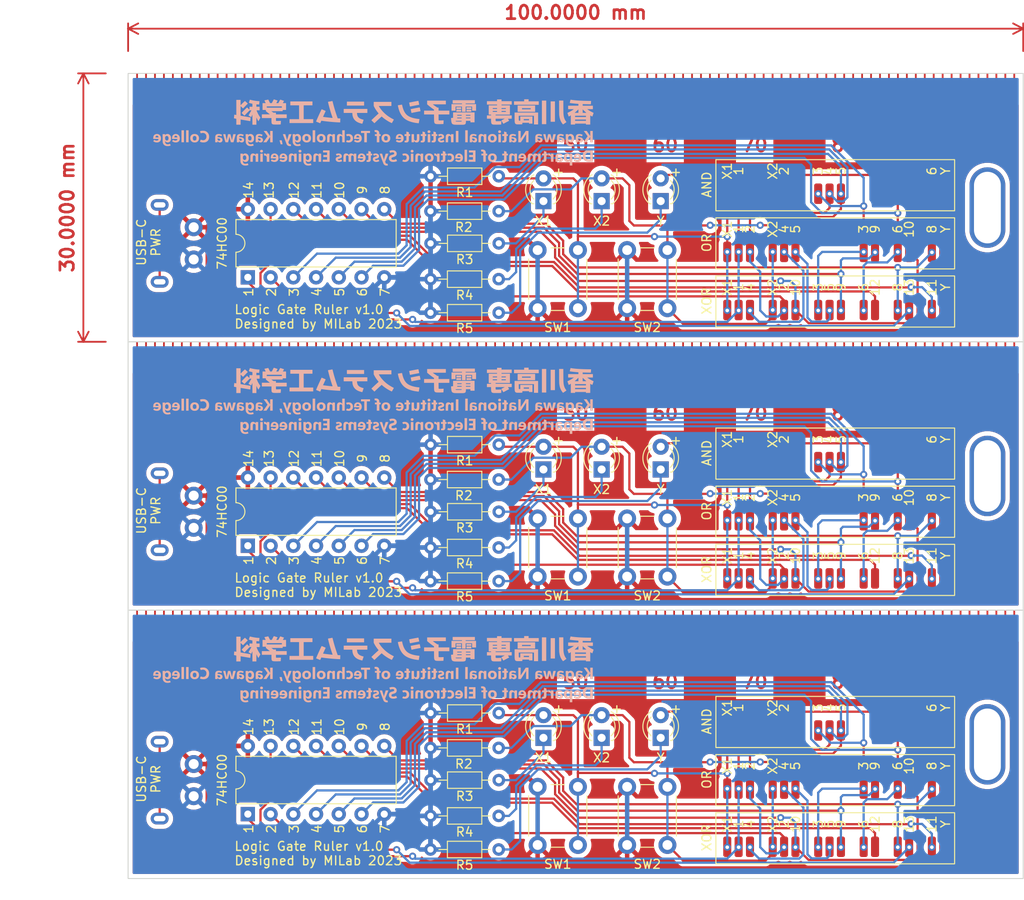
<source format=kicad_pcb>
(kicad_pcb (version 20211014) (generator pcbnew)
  (layers (0 "F.Cu" signal) (31 "B.Cu" signal) (34 "B.Paste" user) (35 "F.Paste" user) (36 "B.SilkS" user "B.Silkscreen") (37 "F.SilkS" user "F.Silkscreen") (38 "B.Mask" user) (39 "F.Mask" user) (44 "Edge.Cuts" user))
  (net 0 "")
  (net 1 "/X1")
  (net 2 "GND")
  (net 3 "/74HC00-1")
  (net 4 "Net-(D1-Pad1)")
  (net 5 "Net-(D2-Pad1)")
  (net 6 "Net-(D3-Pad1)")
  (net 7 "/74HC00-4")
  (net 8 "/X2")
  (net 9 "/74HC00-2")
  (net 10 "/74HC00-10")
  (net 11 "+5V")
  (net 12 "unconnected-(J1-PadS1)")
  (net 13 "/74HC00-3")
  (net 14 "/74HC00-5")
  (net 15 "/74HC00-9")
  (net 16 "/74HC00-6")
  (net 17 "/74HC00-12")
  (net 18 "/74HC00-8")
  (net 19 "/74HC00-13")
  (net 20 "/74HC00-11")
  (net 21 "/Y")
  (footprint "Button_Switch_THT:SW_PUSH_6mm" (layer "F.Cu") (at 87.75 123.25 90)
    (fp_text reference "SW2")
    (fp_text value "SW_Push")
  )
  (footprint "simpleLogicCircuit:pads_of_and" (layer "F.Cu") (at 98.935 80.4525)
    (fp_text reference "AND")
    (fp_text value "Pads_AND")
  )
  (footprint "simpleLogicCircuit:keyringhole" (layer "F.Cu") (at 128 112)
    (fp_text reference "REF**" hide)
    (fp_text value "keyringhole" hide)
  )
  (footprint "LED_THT:LED_D3.0mm" (layer "F.Cu") (at 84.9 111.275 90)
    (fp_text reference "X2")
    (fp_text value "LED")
  )
  (footprint "simpleLogicCircuit:ruler_10cm" (layer "F.Cu") (at 32 67)
    (fp_text reference "REF**" hide)
    (fp_text value "ruler_10cm")
  )
  (footprint "Resistor_THT:R_Axial_DIN0204_L3.6mm_D1.6mm_P7.62mm_Horizontal" (layer "F.Cu") (at 73.41 116 180)
    (fp_text reference "R3")
    (fp_text value "R")
  )
  (footprint "simpleLogicCircuit:USB-C-A295-CTRPB-1" (layer "F.Cu") (at 31.925 56 -90)
    (fp_text reference "USB-C PWR" hide)
    (fp_text value "USB_C_Receptacle_PowerOnly_6P")
  )
  (footprint "simpleLogicCircuit:USB-C-A295-CTRPB-1" (layer "F.Cu") (at 31.925 86 -90)
    (fp_text reference "USB-C PWR" hide)
    (fp_text value "USB_C_Receptacle_PowerOnly_6P")
  )
  (footprint "LED_THT:LED_D3.0mm" (layer "F.Cu") (at 91.5 111.275 90)
    (fp_text reference "Y")
    (fp_text value "LED")
  )
  (footprint "Resistor_THT:R_Axial_DIN0204_L3.6mm_D1.6mm_P7.62mm_Horizontal" (layer "F.Cu") (at 73.41 108.5 180)
    (fp_text reference "R1")
    (fp_text value "10k")
  )
  (footprint "LED_THT:LED_D3.0mm" (layer "F.Cu") (at 91.5 51.275 90)
    (fp_text reference "Y")
    (fp_text value "LED")
  )
  (footprint "simpleLogicCircuit:pads_of_or" (layer "F.Cu") (at 98.935 56.9525)
    (fp_text reference "OR")
    (fp_text value "Pads_OR")
  )
  (footprint "simpleLogicCircuit:USB-C-A295-CTRPB-1" (layer "F.Cu") (at 31.925 116 -90)
    (fp_text reference "USB-C PWR" hide)
    (fp_text value "USB_C_Receptacle_PowerOnly_6P")
  )
  (footprint "simpleLogicCircuit:pads_of_xor" (layer "F.Cu") (at 98.935 63.4525)
    (fp_text reference "XOR")
    (fp_text value "Pads_XOR")
  )
  (footprint "simpleLogicCircuit:pads_of_and" (layer "F.Cu") (at 98.935 110.4525)
    (fp_text reference "AND")
    (fp_text value "Pads_AND")
  )
  (footprint "Resistor_THT:R_Axial_DIN0204_L3.6mm_D1.6mm_P7.62mm_Horizontal" (layer "F.Cu") (at 73.41 78.5 180)
    (fp_text reference "R1")
    (fp_text value "10k")
  )
  (footprint "Resistor_THT:R_Axial_DIN0204_L3.6mm_D1.6mm_P7.62mm_Horizontal" (layer "F.Cu") (at 73.41 56 180)
    (fp_text reference "R3")
    (fp_text value "R")
  )
  (footprint "LED_THT:LED_D3.0mm" (layer "F.Cu") (at 91.5 81.275 90)
    (fp_text reference "Y")
    (fp_text value "LED")
  )
  (footprint "Button_Switch_THT:SW_PUSH_6mm" (layer "F.Cu") (at 77.75 123.25 90)
    (fp_text reference "SW1")
    (fp_text value "SW_Push")
  )
  (footprint "Resistor_THT:R_Axial_DIN0204_L3.6mm_D1.6mm_P7.62mm_Horizontal" (layer "F.Cu") (at 73.4 123.754 180)
    (fp_text reference "R5")
    (fp_text value "R")
  )
  (footprint "Button_Switch_THT:SW_PUSH_6mm" (layer "F.Cu") (at 77.75 93.25 90)
    (fp_text reference "SW1")
    (fp_text value "SW_Push")
  )
  (footprint "simpleLogicCircuit:ruler_10cm" (layer "F.Cu") (at 32 37)
    (fp_text reference "REF**" hide)
    (fp_text value "ruler_10cm")
  )
  (footprint "simpleLogicCircuit:ruler_10cm" (layer "F.Cu") (at 32 97)
    (fp_text reference "REF**" hide)
    (fp_text value "ruler_10cm")
  )
  (footprint "simpleLogicCircuit:pads_of_or" (layer "F.Cu") (at 98.935 116.9525)
    (fp_text reference "OR")
    (fp_text value "Pads_OR")
  )
  (footprint "Resistor_THT:R_Axial_DIN0204_L3.6mm_D1.6mm_P7.62mm_Horizontal" (layer "F.Cu") (at 73.4 52.4 180)
    (fp_text reference "R2")
    (fp_text value "10k")
  )
  (footprint "Package_DIP:DIP-14_W7.62mm" (layer "F.Cu") (at 45.375 59.8 90)
    (fp_text reference "74HC00")
    (fp_text value "74HC00")
  )
  (footprint "LED_THT:LED_D3.0mm" (layer "F.Cu") (at 78.4 111.275 90)
    (fp_text reference "X1")
    (fp_text value "LED")
  )
  (footprint "Button_Switch_THT:SW_PUSH_6mm" (layer "F.Cu") (at 77.75 63.25 90)
    (fp_text reference "SW1")
    (fp_text value "SW_Push")
  )
  (footprint "Package_DIP:DIP-14_W7.62mm" (layer "F.Cu") (at 45.375 89.8 90)
    (fp_text reference "74HC00")
    (fp_text value "74HC00")
  )
  (footprint "Resistor_THT:R_Axial_DIN0204_L3.6mm_D1.6mm_P7.62mm_Horizontal" (layer "F.Cu") (at 73.41 86 180)
    (fp_text reference "R3")
    (fp_text value "R")
  )
  (footprint "Resistor_THT:R_Axial_DIN0204_L3.6mm_D1.6mm_P7.62mm_Horizontal" (layer "F.Cu") (at 73.41 48.5 180)
    (fp_text reference "R1")
    (fp_text value "10k")
  )
  (footprint "Resistor_THT:R_Axial_DIN0204_L3.6mm_D1.6mm_P7.62mm_Horizontal" (layer "F.Cu") (at 73.4 82.4 180)
    (fp_text reference "R2")
    (fp_text value "10k")
  )
  (footprint "Button_Switch_THT:SW_PUSH_6mm" (layer "F.Cu") (at 87.75 93.25 90)
    (fp_text reference "SW2")
    (fp_text value "SW_Push")
  )
  (footprint "LED_THT:LED_D3.0mm" (layer "F.Cu") (at 78.4 51.275 90)
    (fp_text reference "X1")
    (fp_text value "LED")
  )
  (footprint "simpleLogicCircuit:pads_of_or" (layer "F.Cu") (at 98.935 86.9525)
    (fp_text reference "OR")
    (fp_text value "Pads_OR")
  )
  (footprint "simpleLogicCircuit:pads_of_and" (layer "F.Cu") (at 98.935 50.4525)
    (fp_text reference "AND")
    (fp_text value "Pads_AND")
  )
  (footprint "Resistor_THT:R_Axial_DIN0204_L3.6mm_D1.6mm_P7.62mm_Horizontal" (layer "F.Cu") (at 73.4 93.754 180)
    (fp_text reference "R5")
    (fp_text value "R")
  )
  (footprint "simpleLogicCircuit:keyringhole" (layer "F.Cu") (at 128 82)
    (fp_text reference "REF**" hide)
    (fp_text value "keyringhole" hide)
  )
  (footprint "Resistor_THT:R_Axial_DIN0204_L3.6mm_D1.6mm_P7.62mm_Horizontal" (layer "F.Cu") (at 73.4 112.4 180)
    (fp_text reference "R2")
    (fp_text value "10k")
  )
  (footprint "Resistor_THT:R_Axial_DIN0204_L3.6mm_D1.6mm_P7.62mm_Horizontal" (layer "F.Cu") (at 73.4 120 180)
    (fp_text reference "R4")
    (fp_text value "R")
  )
  (footprint "Package_DIP:DIP-14_W7.62mm" (layer "F.Cu") (at 45.375 119.8 90)
    (fp_text reference "74HC00")
    (fp_text value "74HC00")
  )
  (footprint "simpleLogicCircuit:pads_of_xor" (layer "F.Cu") (at 98.935 123.4525)
    (fp_text reference "XOR")
    (fp_text value "Pads_XOR")
  )
  (footprint "Resistor_THT:R_Axial_DIN0204_L3.6mm_D1.6mm_P7.62mm_Horizontal" (layer "F.Cu") (at 73.4 63.754 180)
    (fp_text reference "R5")
    (fp_text value "R")
  )
  (footprint "simpleLogicCircuit:keyringhole" (layer "F.Cu") (at 128 52)
    (fp_text reference "REF**" hide)
    (fp_text value "keyringhole" hide)
  )
  (footprint "simpleLogicCircuit:pads_of_xor" (layer "F.Cu") (at 98.935 93.4525)
    (fp_text reference "XOR")
    (fp_text value "Pads_XOR")
  )
  (footprint "LED_THT:LED_D3.0mm" (layer "F.Cu") (at 84.9 81.275 90)
    (fp_text reference "X2")
    (fp_text value "LED")
  )
  (footprint "LED_THT:LED_D3.0mm" (layer "F.Cu") (at 78.4 81.275 90)
    (fp_text reference "X1")
    (fp_text value "LED")
  )
  (footprint "Resistor_THT:R_Axial_DIN0204_L3.6mm_D1.6mm_P7.62mm_Horizontal" (layer "F.Cu") (at 73.4 60 180)
    (fp_text reference "R4")
    (fp_text value "R")
  )
  (footprint "LED_THT:LED_D3.0mm" (layer "F.Cu") (at 84.9 51.275 90)
    (fp_text reference "X2")
    (fp_text value "LED")
  )
  (footprint "Resistor_THT:R_Axial_DIN0204_L3.6mm_D1.6mm_P7.62mm_Horizontal" (layer "F.Cu") (at 73.4 90 180)
    (fp_text reference "R4")
    (fp_text value "R")
  )
  (footprint "Button_Switch_THT:SW_PUSH_6mm" (layer "F.Cu") (at 87.75 63.25 90)
    (fp_text reference "SW2")
    (fp_text value "SW_Push")
  )
  (footprint "simpleLogicCircuit:logo_text_nitkc" (layer "B.Cu") (at 59.061506 43.836523 180)
    (fp_text reference "G***" hide)
    (fp_text value "LOGO" hide)
  )
  (footprint "simpleLogicCircuit:logo_text_nitkc" (layer "B.Cu") (at 59.061506 103.836523 180)
    (fp_text reference "G***" hide)
    (fp_text value "LOGO" hide)
  )
  (footprint "simpleLogicCircuit:logo_text_nitkc" (layer "B.Cu") (at 59.061506 73.836523 180)
    (fp_text reference "G***" hide)
    (fp_text value "LOGO" hide)
  )
  (gr_rect (start 32 37) (end 132 67) (layer "Edge.Cuts") (width 0.1) (fill none))
  (gr_rect (start 32 97) (end 132 127) (layer "Edge.Cuts") (width 0.1) (fill none))
  (gr_rect (start 32 67) (end 132 97) (layer "Edge.Cuts") (width 0.1) (fill none))
  (gr_text "12" (at 50.546 50.038 90) (layer "F.SilkS") (effects (font (size 1 1))))
  (gr_text "5" (at 55.626 91.468 90) (layer "F.SilkS") (effects (font (size 1 1))))
  (gr_text "9" (at 58.166 110.038 90) (layer "F.SilkS") (effects (font (size 1 1))))
  (gr_text "14" (at 45.466 110.038 90) (layer "F.SilkS") (effects (font (size 1 1))))
  (gr_text "2" (at 48.006 91.468 90) (layer "F.SilkS") (effects (font (size 1 1))))
  (gr_text "+" (at 80.1 48) (layer "F.SilkS") (effects (font (size 1 1))))
  (gr_text "USB-C\nPWR" (at 34.29 85.88 90) (layer "F.SilkS") (effects (font (size 1 1))))
  (gr_text "14" (at 45.466 80.038 90) (layer "F.SilkS") (effects (font (size 1 1))))
  (gr_text "+" (at 93.2 48) (layer "F.SilkS") (effects (font (size 1 1))))
  (gr_text "+" (at 86.6 78) (layer "F.SilkS") (effects (font (size 1 1))))
  (gr_text "+" (at 80.1 78) (layer "F.SilkS") (effects (font (size 1 1))))
  (gr_text "14" (at 45.466 50.038 90) (layer "F.SilkS") (effects (font (size 1 1))))
  (gr_text "2" (at 48.006 61.468 90) (layer "F.SilkS") (effects (font (size 1 1))))
  (gr_text "7" (at 60.706 91.468 90) (layer "F.SilkS") (effects (font (size 1 1))))
  (gr_text "4" (at 53.086 121.468 90) (layer "F.SilkS") (effects (font (size 1 1))))
  (gr_text "8" (at 60.706 110.038 90) (layer "F.SilkS") (effects (font (size 1 1))))
  (gr_text "10" (at 55.626 110.038 90) (layer "F.SilkS") (effects (font (size 1 1))))
  (gr_text "USB-C\nPWR" (at 34.29 55.88 90) (layer "F.SilkS") (effects (font (size 1 1))))
  (gr_text "10" (at 55.626 80.038 90) (layer "F.SilkS") (effects (font (size 1 1))))
  (gr_text "12" (at 50.546 110.038 90) (layer "F.SilkS") (effects (font (size 1 1))))
  (gr_text "13" (at 47.752 50.038 90) (layer "F.SilkS") (effects (font (size 1 1))))
  (gr_text "13" (at 47.752 80.038 90) (layer "F.SilkS") (effects (font (size 1 1))))
  (gr_text "12" (at 50.546 80.038 90) (layer "F.SilkS") (effects (font (size 1 1))))
  (gr_text "6" (at 58.166 121.468 90) (layer "F.SilkS") (effects (font (size 1 1))))
  (gr_text "USB-C\nPWR" (at 34.29 115.88 90) (layer "F.SilkS") (effects (font (size 1 1))))
  (gr_text "8" (at 60.706 80.038 90) (layer "F.SilkS") (effects (font (size 1 1))))
  (gr_text "11" (at 53.086 110.038 90) (layer "F.SilkS") (effects (font (size 1 1))))
  (gr_text "+" (at 93.2 108) (layer "F.SilkS") (effects (font (size 1 1))))
  (gr_text "9" (at 58.166 50.038 90) (layer "F.SilkS") (effects (font (size 1 1))))
  (gr_text "13" (at 47.752 110.038 90) (layer "F.SilkS") (effects (font (size 1 1))))
  (gr_text "6" (at 58.166 61.468 90) (layer "F.SilkS") (effects (font (size 1 1))))
  (gr_text "+" (at 86.6 48) (layer "F.SilkS") (effects (font (size 1 1))))
  (gr_text "+" (at 93.2 78) (layer "F.SilkS") (effects (font (size 1 1))))
  (gr_text "1" (at 45.466 61.468 90) (layer "F.SilkS") (effects (font (size 1 1))))
  (gr_text "3" (at 50.546 121.468 90) (layer "F.SilkS") (effects (font (size 1 1))))
  (gr_text "9" (at 58.166 80.038 90) (layer "F.SilkS") (effects (font (size 1 1))))
  (gr_text "5" (at 55.626 121.468 90) (layer "F.SilkS") (effects (font (size 1 1))))
  (gr_text "1" (at 45.466 91.468 90) (layer "F.SilkS") (effects (font (size 1 1))))
  (gr_text "+" (at 80.1 108) (layer "F.SilkS") (effects (font (size 1 1))))
  (gr_text "Logic Gate Ruler v1.0\nDesigned by MILab 2023" (at 43.8 94.2) (layer "F.SilkS") (effects (font (size 1 1)) (justify left)))
  (gr_text "3" (at 50.546 61.468 90) (layer "F.SilkS") (effects (font (size 1 1))))
  (gr_text "4" (at 53.086 61.468 90) (layer "F.SilkS") (effects (font (size 1 1))))
  (gr_text "11" (at 53.086 50.038 90) (layer "F.SilkS") (effects (font (size 1 1))))
  (gr_text "6" (at 58.166 91.468 90) (layer "F.SilkS") (effects (font (size 1 1))))
  (gr_text "Logic Gate Ruler v1.0\nDesigned by MILab 2023" (at 43.8 64.2) (layer "F.SilkS") (effects (font (size 1 1)) (justify left)))
  (gr_text "10" (at 55.626 50.038 90) (layer "F.SilkS") (effects (font (size 1 1))))
  (gr_text "3" (at 50.546 91.468 90) (layer "F.SilkS") (effects (font (size 1 1))))
  (gr_text "7" (at 60.706 121.468 90) (layer "F.SilkS") (effects (font (size 1 1))))
  (gr_text "4" (at 53.086 91.468 90) (layer "F.SilkS") (effects (font (size 1 1))))
  (gr_text "11" (at 53.086 80.038 90) (layer "F.SilkS") (effects (font (size 1 1))))
  (gr_text "2" (at 48.006 121.468 90) (layer "F.SilkS") (effects (font (size 1 1))))
  (gr_text "Logic Gate Ruler v1.0\nDesigned by MILab 2023" (at 43.8 124.2) (layer "F.SilkS") (effects (font (size 1 1)) (justify left)))
  (gr_text "1" (at 45.466 121.468 90) (layer "F.SilkS") (effects (font (size 1 1))))
  (gr_text "7" (at 60.706 61.468 90) (layer "F.SilkS") (effects (font (size 1 1))))
  (gr_text "+" (at 86.6 108) (layer "F.SilkS") (effects (font (size 1 1))))
  (gr_text "8" (at 60.706 50.038 90) (layer "F.SilkS") (effects (font (size 1 1))))
  (gr_text "5" (at 55.626 61.468 90) (layer "F.SilkS") (effects (font (size 1 1))))
  (dimension (type aligned) (layer "F.Cu") (pts (xy 30 37) (xy 30 67)) (height 2.999999) (gr_text "30.0000 mm" (at 25.200001 52 90) (layer "F.Cu") (effects (font (size 1.5 1.5) (thickness 0.3)))) (format (units 3) (units_format 1) (precision 4)) (style (thickness 0.2) (arrow_length 1.27) (text_position_mode 0) (extension_height 0.58642) (extension_offset 0.5) keep_text_aligned))
  (dimension (type aligned) (layer "F.Cu") (pts (xy 32 35) (xy 132 35)) (height -3) (gr_text "100.0000 mm" (at 82 30.2) (layer "F.Cu") (effects (font (size 1.5 1.5) (thickness 0.3)))) (format (units 3) (units_format 1) (precision 4)) (style (thickness 0.2) (arrow_length 1.27) (text_position_mode 0) (extension_height 0.58642) (extension_offset 0.5) keep_text_aligned))
  (segment (start 82.25 55.199) (end 82.25 56.75) (width 0.25) (layer "F.Cu") (net 1))
  (segment (start 98.935 115.247) (end 98.935 116.9525) (width 0.25) (layer "F.Cu") (net 1))
  (segment (start 98.935 55.247) (end 98.935 56.9525) (width 0.25) (layer "F.Cu") (net 1))
  (segment (start 98.935 110.4525) (end 98.935 115.247) (width 0.25) (layer "F.Cu") (net 1))
  (segment (start 82.25 85.199) (end 82.25 86.75) (width 0.25) (layer "F.Cu") (net 1))
  (segment (start 82.25 109.25) (end 82.25 115.199) (width 0.25) (layer "F.Cu") (net 1))
  (segment (start 78.4 78.735) (end 73.645 78.735) (width 0.25) (layer "F.Cu") (net 1))
  (segment (start 73.645 108.735) (end 73.41 108.5) (width 0.25) (layer "F.Cu") (net 1))
  (segment (start 98.935 85.247) (end 98.935 86.9525) (width 0.25) (layer "F.Cu") (net 1))
  (segment (start 90.759 85.199) (end 90.805 85.245) (width 0.25) (layer "F.Cu") (net 1))
  (segment (start 81.735 78.735) (end 82.25 79.25) (width 0.25) (layer "F.Cu") (net 1))
  (segment (start 78.4 108.735) (end 73.645 108.735) (width 0.25) (layer "F.Cu") (net 1))
  (segment (start 82.25 79.25) (end 82.25 85.199) (width 0.25) (layer "F.Cu") (net 1))
  (segment (start 78.4 108.735) (end 81.735 108.735) (width 0.25) (layer "F.Cu") (net 1))
  (segment (start 82.25 85.199) (end 90.759 85.199) (width 0.25) (layer "F.Cu") (net 1))
  (segment (start 81.735 48.735) (end 82.25 49.25) (width 0.25) (layer "F.Cu") (net 1))
  (segment (start 73.645 48.735) (end 73.41 48.5) (width 0.25) (layer "F.Cu") (net 1))
  (segment (start 81.735 108.735) (end 82.25 109.25) (width 0.25) (layer "F.Cu") (net 1))
  (segment (start 98.935 80.4525) (end 98.935 85.247) (width 0.25) (layer "F.Cu") (net 1))
  (segment (start 78.4 78.735) (end 81.735 78.735) (width 0.25) (layer "F.Cu") (net 1))
  (segment (start 73.645 78.735) (end 73.41 78.5) (width 0.25) (layer "F.Cu") (net 1))
  (segment (start 82.25 49.25) (end 82.25 55.199) (width 0.25) (layer "F.Cu") (net 1))
  (segment (start 82.25 115.199) (end 82.25 116.75) (width 0.25) (layer "F.Cu") (net 1))
  (segment (start 90.759 55.199) (end 90.805 55.245) (width 0.25) (layer "F.Cu") (net 1))
  (segment (start 82.25 115.199) (end 90.759 115.199) (width 0.25) (layer "F.Cu") (net 1))
  (segment (start 78.4 48.735) (end 73.645 48.735) (width 0.25) (layer "F.Cu") (net 1))
  (segment (start 78.4 48.735) (end 81.735 48.735) (width 0.25) (layer "F.Cu") (net 1))
  (segment (start 90.759 115.199) (end 90.805 115.245) (width 0.25) (layer "F.Cu") (net 1))
  (segment (start 82.25 55.199) (end 90.759 55.199) (width 0.25) (layer "F.Cu") (net 1))
  (segment (start 98.935 50.4525) (end 98.935 55.247) (width 0.25) (layer "F.Cu") (net 1))
  (via (at 90.805 85.245) (size 0.8) (drill 0.4) (layers "F.Cu" "B.Cu") (net 1))
  (via (at 90.805 115.245) (size 0.8) (drill 0.4) (layers "F.Cu" "B.Cu") (net 1))
  (via (at 98.935 115.247) (size 0.8) (drill 0.4) (layers "F.Cu" "B.Cu") (net 1))
  (via (at 98.933 63.5) (size 0.8) (drill 0.4) (layers "F.Cu" "B.Cu") (net 1))
  (via (at 90.805 55.245) (size 0.8) (drill 0.4) (layers "F.Cu" "B.Cu") (net 1))
  (via (at 98.935 86.9525) (size 0.8) (drill 0.4) (layers "F.Cu" "B.Cu") (net 1))
  (via (at 98.933 93.5) (size 0.8) (drill 0.4) (layers "F.Cu" "B.Cu") (net 1))
  (via (at 98.935 116.9525) (size 0.8) (drill 0.4) (layers "F.Cu" "B.Cu") (net 1))
  (via (at 98.935 55.247) (size 0.8) (drill 0.4) (layers "F.Cu" "B.Cu") (net 1))
  (via (at 98.935 85.247) (size 0.8) (drill 0.4) (layers "F.Cu" "B.Cu") (net 1))
  (via (at 98.935 56.9525) (size 0.8) (drill 0.4) (layers "F.Cu" "B.Cu") (net 1))
  (via (at 98.933 123.5) (size 0.8) (drill 0.4) (layers "F.Cu" "B.Cu") (net 1))
  (segment (start 82.25 86.75) (end 82.25 93.25) (width 0.25) (layer "B.Cu") (net 1))
  (segment (start 98.933 115.245) (end 98.935 115.247) (width 0.25) (layer "B.Cu") (net 1))
  (segment (start 98.933 55.245) (end 98.935 55.247) (width 0.25) (layer "B.Cu") (net 1))
  (segment (start 98.935 116.9525) (end 98.935 123.498) (width 0.25) (layer "B.Cu") (net 1))
  (segment (start 82.25 116.75) (end 82.25 123.25) (width 0.25) (layer "B.Cu") (net 1))
  (segment (start 98.935 63.498) (end 98.933 63.5) (width 0.25) (layer "B.Cu") (net 1))
  (segment (start 98.935 93.498) (end 98.933 93.5) (width 0.25) (layer "B.Cu") (net 1))
  (segment (start 82.25 56.75) (end 82.25 63.25) (width 0.25) (layer "B.Cu") (net 1))
  (segment (start 90.805 85.245) (end 98.933 85.245) (width 0.25) (layer "B.Cu") (net 1))
  (segment (start 98.935 56.9525) (end 98.935 63.498) (width 0.25) (layer "B.Cu") (net 1))
  (segment (start 98.933 85.245) (end 98.935 85.247) (width 0.25) (layer "B.Cu") (net 1))
  (segment (start 98.935 86.9525) (end 98.935 93.498) (width 0.25) (layer "B.Cu") (net 1))
  (segment (start 90.805 115.245) (end 98.933 115.245) (width 0.25) (layer "B.Cu") (net 1))
  (segment (start 98.935 123.498) (end 98.933 123.5) (width 0.25) (layer "B.Cu") (net 1))
  (segment (start 90.805 55.245) (end 98.933 55.245) (width 0.25) (layer "B.Cu") (net 1))
  (segment (start 65.79 78.5) (end 65.79 82.39) (width 0.5) (layer "F.Cu") (net 2))
  (segment (start 65.79 108.5) (end 65.79 112.39) (width 0.5) (layer "F.Cu") (net 2))
  (segment (start 65.79 52.39) (end 65.78 52.4) (width 0.5) (layer "F.Cu") (net 2))
  (segment (start 65.79 112.39) (end 65.78 112.4) (width 0.5) (layer "F.Cu") (net 2))
  (segment (start 65.79 48.5) (end 65.79 52.39) (width 0.5) (layer "F.Cu") (net 2))
  (segment (start 65.79 82.39) (end 65.78 82.4) (width 0.5) (layer "F.Cu") (net 2))
  (segment (start 65.78 85.99) (end 65.79 86) (width 0.5) (layer "B.Cu") (net 2))
  (segment (start 65.78 52.4) (end 65.78 55.99) (width 0.5) (layer "B.Cu") (net 2))
  (segment (start 63.864 59.8) (end 64.064 60) (width 0.5) (layer "B.Cu") (net 2))
  (segment (start 65.78 82.4) (end 65.78 85.99) (width 0.5) (layer "B.Cu") (net 2))
  (segment (start 65.79 118.416) (end 65.79 119.99) (width 0.5) (layer "B.Cu") (net 2))
  (segment (start 39.325 117.8) (end 42.74 121.215) (width 0.5) (layer "B.Cu") (net 2))
  (segment (start 64.064 120) (end 65.78 120) (width 0.5) (layer "B.Cu") (net 2))
  (segment (start 65.79 56) (end 65.79 58.416) (width 0.5) (layer "B.Cu") (net 2))
  (segment (start 60.615 119.8) (end 63.864 119.8) (width 0.5) (layer "B.Cu") (net 2))
  (segment (start 60.615 119.8) (end 59.2 121.215) (width 0.5) (layer "B.Cu") (net 2))
  (segment (start 59.2 61.215) (end 58.885 61.215) (width 0.5) (layer "B.Cu") (net 2))
  (segment (start 65.79 58.416) (end 65.79 59.99) (width 0.5) (layer "B.Cu") (net 2))
  (segment (start 63.864 119.8) (end 64.064 120) (width 0.5) (layer "B.Cu") (net 2))
  (segment (start 60.615 59.8) (end 63.864 59.8) (width 0.5) (layer "B.Cu") (net 2))
  (segment (start 39.325 57.8) (end 42.74 61.215) (width 0.5) (layer "B.Cu") (net 2))
  (segment (start 63.864 89.8) (end 64.064 90) (width 0.5) (layer "B.Cu") (net 2))
  (segment (start 65.79 86) (end 65.79 88.416) (width 0.5) (layer "B.Cu") (net 2))
  (segment (start 42.74 121.215) (end 58.885 121.215) (width 0.5) (layer "B.Cu") (net 2))
  (segment (start 42.74 61.215) (end 58.885 61.215) (width 0.5) (layer "B.Cu") (net 2))
  (segment (start 65.78 112.4) (end 65.78 115.99) (width 0.5) (layer "B.Cu") (net 2))
  (segment (start 60.615 89.8) (end 59.2 91.215) (width 0.5) (layer "B.Cu") (net 2))
  (segment (start 65.78 120) (end 65.78 123.754) (width 0.5) (layer "B.Cu") (net 2))
  (segment (start 59.2 121.215) (end 58.885 121.215) (width 0.5) (layer "B.Cu") (net 2))
  (segment (start 65.78 90) (end 65.78 93.754) (width 0.5) (layer "B.Cu") (net 2))
  (segment (start 42.74 91.215) (end 58.885 91.215) (width 0.5) (layer "B.Cu") (net 2))
  (segment (start 64.064 60) (end 65.78 60) (width 0.5) (layer "B.Cu") (net 2))
  (segment (start 39.325 87.8) (end 42.74 91.215) (width 0.5) (layer "B.Cu") (net 2))
  (segment (start 65.78 115.99) (end 65.79 116) (width 0.5) (layer "B.Cu") (net 2))
  (segment (start 65.78 55.99) (end 65.79 56) (width 0.5) (layer "B.Cu") (net 2))
  (segment (start 65.79 88.416) (end 65.79 89.99) (width 0.5) (layer "B.Cu") (net 2))
  (segment (start 60.615 89.8) (end 63.864 89.8) (width 0.5) (layer "B.Cu") (net 2))
  (segment (start 65.78 60) (end 65.78 63.754) (width 0.5) (layer "B.Cu") (net 2))
  (segment (start 59.2 91.215) (end 58.885 91.215) (width 0.5) (layer "B.Cu") (net 2))
  (segment (start 60.615 59.8) (end 59.2 61.215) (width 0.5) (layer "B.Cu") (net 2))
  (segment (start 64.064 90) (end 65.78 90) (width 0.5) (layer "B.Cu") (net 2))
  (segment (start 65.79 116) (end 65.79 118.416) (width 0.5) (layer "B.Cu") (net 2))
  (segment (start 100.205 80.4525) (end 100.205 86.9525) (width 0.25) (layer "F.Cu") (net 3))
  (segment (start 45.375 90.311396) (end 45.375 89.8) (width 0.25) (layer "F.Cu") (net 3))
  (segment (start 63.779 124.5045) (end 49.568104 124.5045) (width 0.25) (layer "F.Cu") (net 3))
  (segment (start 100.205 50.4525) (end 100.205 56.9525) (width 0.25) (layer "F.Cu") (net 3))
  (segment (start 49.568104 124.5045) (end 45.375 120.311396) (width 0.25) (layer "F.Cu") (net 3))
  (segment (start 45.375 60.311396) (end 45.375 59.8) (width 0.25) (layer "F.Cu") (net 3))
  (segment (start 45.375 120.311396) (end 45.375 119.8) (width 0.25) (layer "F.Cu") (net 3))
  (segment (start 49.568104 64.5045) (end 45.375 60.311396) (width 0.25) (layer "F.Cu") (net 3))
  (segment (start 49.568104 94.5045) (end 45.375 90.311396) (width 0.25) (layer "F.Cu") (net 3))
  (segment (start 100.205 110.4525) (end 100.205 116.9525) (width 0.25) (layer "F.Cu") (net 3))
  (segment (start 63.779 64.5045) (end 49.568104 64.5045) (width 0.25) (layer "F.Cu") (net 3))
  (segment (start 63.779 94.5045) (end 49.568104 94.5045) (width 0.25) (layer "F.Cu") (net 3))
  (via (at 100.203 123.5) (size 0.8) (drill 0.4) (layers "F.Cu" "B.Cu") (net 3))
  (via (at 100.205 116.9525) (size 0.8) (drill 0.4) (layers "F.Cu" "B.Cu") (net 3))
  (via (at 63.779 64.5045) (size 0.8) (drill 0.4) (layers "F.Cu" "B.Cu") (net 3))
  (via (at 100.205 56.9525) (size 0.8) (drill 0.4) (layers "F.Cu" "B.Cu") (net 3))
  (via (at 100.205 86.9525) (size 0.8) (drill 0.4) (layers "F.Cu" "B.Cu") (net 3))
  (via (at 63.779 124.5045) (size 0.8) (drill 0.4) (layers "F.Cu" "B.Cu") (net 3))
  (via (at 100.203 63.5) (size 0.8) (drill 0.4) (layers "F.Cu" "B.Cu") (net 3))
  (via (at 100.203 93.5) (size 0.8) (drill 0.4) (layers "F.Cu" "B.Cu") (net 3))
  (via (at 63.779 94.5045) (size 0.8) (drill 0.4) (layers "F.Cu" "B.Cu") (net 3))
  (segment (start 100.203 86.9545) (end 100.205 86.9525) (width 0.25) (layer "B.Cu") (net 3))
  (segment (start 63.779 124.5045) (end 64.0535 124.779) (width 0.25) (layer "B.Cu") (net 3))
  (segment (start 100.203 116.9545) (end 100.205 116.9525) (width 0.25) (layer "B.Cu") (net 3))
  (segment (start 100.203 56.9545) (end 100.205 56.9525) (width 0.25) (layer "B.Cu") (net 3))
  (segment (start 100.203 123.5) (end 100.203 116.9545) (width 0.25) (layer "B.Cu") (net 3))
  (segment (start 98.924 64.779) (end 100.203 63.5) (width 0.25) (layer "B.Cu") (net 3))
  (segment (start 63.779 94.5045) (end 64.0535 94.779) (width 0.25) (layer "B.Cu") (net 3))
  (segment (start 63.779 64.5045) (end 64.0535 64.779) (width 0.25) (layer "B.Cu") (net 3))
  (segment (start 64.0535 94.779) (end 98.924 94.779) (width 0.25) (layer "B.Cu") (net 3))
  (segment (start 98.924 94.779) (end 100.203 93.5) (width 0.25) (layer "B.Cu") (net 3))
  (segment (start 64.0535 64.779) (end 98.924 64.779) (width 0.25) (layer "B.Cu") (net 3))
  (segment (start 100.203 93.5) (end 100.203 86.9545) (width 0.25) (layer "B.Cu") (net 3))
  (segment (start 100.203 63.5) (end 100.203 56.9545) (width 0.25) (layer "B.Cu") (net 3))
  (segment (start 98.924 124.779) (end 100.203 123.5) (width 0.25) (layer "B.Cu") (net 3))
  (segment (start 64.0535 124.779) (end 98.924 124.779) (width 0.25) (layer "B.Cu") (net 3))
  (segment (start 78.4 52.927208) (end 78.4 51.275) (width 0.25) (layer "B.Cu") (net 4))
  (segment (start 73.41 86) (end 75.327208 86) (width 0.25) (layer "B.Cu") (net 4))
  (segment (start 73.41 56) (end 75.327208 56) (width 0.25) (layer "B.Cu") (net 4))
  (segment (start 78.4 82.927208) (end 78.4 81.275) (width 0.25) (layer "B.Cu") (net 4))
  (segment (start 75.327208 86) (end 78.4 82.927208) (width 0.25) (layer "B.Cu") (net 4))
  (segment (start 75.327208 116) (end 78.4 112.927208) (width 0.25) (layer "B.Cu") (net 4))
  (segment (start 75.327208 56) (end 78.4 52.927208) (width 0.25) (layer "B.Cu") (net 4))
  (segment (start 73.41 116) (end 75.327208 116) (width 0.25) (layer "B.Cu") (net 4))
  (segment (start 78.4 112.927208) (end 78.4 111.275) (width 0.25) (layer "B.Cu") (net 4))
  (segment (start 84.9 53.65) (end 84.9 51.275) (width 0.25) (layer "B.Cu") (net 5))
  (segment (start 77.613604 54.35) (end 84.2 54.35) (width 0.25) (layer "B.Cu") (net 5))
  (segment (start 75.35 56.613604) (end 77.613604 54.35) (width 0.25) (layer "B.Cu") (net 5))
  (segment (start 84.2 114.35) (end 84.9 113.65) (width 0.25) (layer "B.Cu") (net 5))
  (segment (start 84.2 54.35) (end 84.9 53.65) (width 0.25) (layer "B.Cu") (net 5))
  (segment (start 77.613604 84.35) (end 84.2 84.35) (width 0.25) (layer "B.Cu") (net 5))
  (segment (start 73.4 120) (end 74.55 120) (width 0.25) (layer "B.Cu") (net 5))
  (segment (start 75.35 86.613604) (end 77.613604 84.35) (width 0.25) (layer "B.Cu") (net 5))
  (segment (start 75.35 119.2) (end 75.35 116.613604) (width 0.25) (layer "B.Cu") (net 5))
  (segment (start 75.35 116.613604) (end 77.613604 114.35) (width 0.25) (layer "B.Cu") (net 5))
  (segment (start 84.9 83.65) (end 84.9 81.275) (width 0.25) (layer "B.Cu") (net 5))
  (segment (start 74.55 60) (end 75.35 59.2) (width 0.25) (layer "B.Cu") (net 5))
  (segment (start 84.9 113.65) (end 84.9 111.275) (width 0.25) (layer "B.Cu") (net 5))
  (segment (start 73.4 60) (end 74.55 60) (width 0.25) (layer "B.Cu") (net 5))
  (segment (start 84.2 84.35) (end 84.9 83.65) (width 0.25) (layer "B.Cu") (net 5))
  (segment (start 73.4 90) (end 74.55 90) (width 0.25) (layer "B.Cu") (net 5))
  (segment (start 74.55 90) (end 75.35 89.2) (width 0.25) (layer "B.Cu") (net 5))
  (segment (start 75.35 59.2) (end 75.35 56.613604) (width 0.25) (layer "B.Cu") (net 5))
  (segment (start 74.55 120) (end 75.35 119.2) (width 0.25) (layer "B.Cu") (net 5))
  (segment (start 75.35 89.2) (end 75.35 86.613604) (width 0.25) (layer "B.Cu") (net 5))
  (segment (start 77.613604 114.35) (end 84.2 114.35) (width 0.25) (layer "B.Cu") (net 5))
  (segment (start 73.4 63.754) (end 74.846 63.754) (width 0.25) (layer "B.Cu") (net 6))
  (segment (start 73.4 93.754) (end 74.846 93.754) (width 0.25) (layer "B.Cu") (net 6))
  (segment (start 91.5 53.3) (end 91.5 51.275) (width 0.25) (layer "B.Cu") (net 6))
  (segment (start 75.8 122.8) (end 75.8 116.8) (width 0.25) (layer "B.Cu") (net 6))
  (segment (start 75.8 62.8) (end 75.8 56.8) (width 0.25) (layer "B.Cu") (net 6))
  (segment (start 75.8 56.8) (end 77.8 54.8) (width 0.25) (layer "B.Cu") (net 6))
  (segment (start 77.8 84.8) (end 90 84.8) (width 0.25) (layer "B.Cu") (net 6))
  (segment (start 91.5 113.3) (end 91.5 111.275) (width 0.25) (layer "B.Cu") (net 6))
  (segment (start 90 84.8) (end 91.5 83.3) (width 0.25) (layer "B.Cu") (net 6))
  (segment (start 75.8 116.8) (end 77.8 114.8) (width 0.25) (layer "B.Cu") (net 6))
  (segment (start 74.846 63.754) (end 75.8 62.8) (width 0.25) (layer "B.Cu") (net 6))
  (segment (start 90 54.8) (end 91.5 53.3) (width 0.25) (layer "B.Cu") (net 6))
  (segment (start 75.8 92.8) (end 75.8 86.8) (width 0.25) (layer "B.Cu") (net 6))
  (segment (start 90 114.8) (end 91.5 113.3) (width 0.25) (layer "B.Cu") (net 6))
  (segment (start 77.8 54.8) (end 90 54.8) (width 0.25) (layer "B.Cu") (net 6))
  (segment (start 75.8 86.8) (end 77.8 84.8) (width 0.25) (layer "B.Cu") (net 6))
  (segment (start 74.846 123.754) (end 75.8 122.8) (width 0.25) (layer "B.Cu") (net 6))
  (segment (start 73.4 123.754) (end 74.846 123.754) (width 0.25) (layer "B.Cu") (net 6))
  (segment (start 91.5 83.3) (end 91.5 81.275) (width 0.25) (layer "B.Cu") (net 6))
  (segment (start 77.8 114.8) (end 90 114.8) (width 0.25) (layer "B.Cu") (net 6))
  (segment (start 74.846 93.754) (end 75.8 92.8) (width 0.25) (layer "B.Cu") (net 6))
  (segment (start 110.365 50.4525) (end 110.365 52.035) (width 0.25) (layer "F.Cu") (net 7))
  (segment (start 105.8 112.6) (end 105.285 113.115) (width 0.25) (layer "F.Cu") (net 7))
  (segment (start 110.365 52.035) (end 109.8 52.6) (width 0.25) (layer "F.Cu") (net 7))
  (segment (start 105.285 113.115) (end 105.285 116.9525) (width 0.25) (layer "F.Cu") (net 7))
  (segment (start 110.365 110.4525) (end 110.365 112.035) (width 0.25) (layer "F.Cu") (net 7))
  (segment (start 110.365 80.4525) (end 110.365 82.035) (width 0.25) (layer "F.Cu") (net 7))
  (segment (start 110.365 82.035) (end 109.8 82.6) (width 0.25) (layer "F.Cu") (net 7))
  (segment (start 109.8 52.6) (end 105.8 52.6) (width 0.25) (layer "F.Cu") (net 7))
  (segment (start 105.285 83.115) (end 105.285 86.9525) (width 0.25) (layer "F.Cu") (net 7))
  (segment (start 105.8 82.6) (end 105.285 83.115) (width 0.25) (layer "F.Cu") (net 7))
  (segment (start 109.8 112.6) (end 105.8 112.6) (width 0.25) (layer "F.Cu") (net 7))
  (segment (start 110.365 112.035) (end 109.8 112.6) (width 0.25) (layer "F.Cu") (net 7))
  (segment (start 109.8 82.6) (end 105.8 82.6) (width 0.25) (layer "F.Cu") (net 7))
  (segment (start 105.8 52.6) (end 105.285 53.115) (width 0.25) (layer "F.Cu") (net 7))
  (segment (start 105.285 53.115) (end 105.285 56.9525) (width 0.25) (layer "F.Cu") (net 7))
  (via (at 101.473 123.5) (size 0.8) (drill 0.4) (layers "F.Cu" "B.Cu") (net 7))
  (via (at 110.365 50.4525) (size 0.8) (drill 0.4) (layers "F.Cu" "B.Cu") (net 7))
  (via (at 101.473 63.5) (size 0.8) (drill 0.4) (layers "F.Cu" "B.Cu") (net 7))
  (via (at 105.285 56.9525) (size 0.8) (drill 0.4) (layers "F.Cu" "B.Cu") (net 7))
  (via (at 105.285 86.9525) (size 0.8) (drill 0.4) (layers "F.Cu" "B.Cu") (net 7))
  (via (at 110.365 110.4525) (size 0.8) (drill 0.4) (layers "F.Cu" "B.Cu") (net 7))
  (via (at 110.365 80.4525) (size 0.8) (drill 0.4) (layers "F.Cu" "B.Cu") (net 7))
  (via (at 101.473 93.5) (size 0.8) (drill 0.4) (layers "F.Cu" "B.Cu") (net 7))
  (via (at 105.285 116.9525) (size 0.8) (drill 0.4) (layers "F.Cu" "B.Cu") (net 7))
  (segment (start 63.563604 56.409188) (end 62.372792 57.6) (width 0.25) (layer "B.Cu") (net 7))
  (segment (start 55.195 87.6) (end 62.372792 87.6) (width 0.25) (layer "B.Cu") (net 7))
  (segment (start 107.442 94.308) (end 106.98 94.77) (width 0.25) (layer "B.Cu") (net 7))
  (segment (start 73.627208 50.2) (end 78.327208 45.5) (width 0.25) (layer "B.Cu") (net 7))
  (segment (start 106.98 124.77) (end 102.489 124.77) (width 0.25) (layer "B.Cu") (net 7))
  (segment (start 107.442 124.308) (end 106.98 124.77) (width 0.25) (layer "B.Cu") (net 7))
  (segment (start 105.285 86.9525) (end 105.3365 86.9525) (width 0.25) (layer "B.Cu") (net 7))
  (segment (start 110.336396 105.5) (end 112.36 107.523604) (width 0.25) (layer "B.Cu") (net 7))
  (segment (start 106.98 64.77) (end 102.489 64.77) (width 0.25) (layer "B.Cu") (net 7))
  (segment (start 52.995 89.8) (end 55.195 87.6) (width 0.25) (layer "B.Cu") (net 7))
  (segment (start 73.627208 80.2) (end 78.327208 75.5) (width 0.25) (layer "B.Cu") (net 7))
  (segment (start 105.3365 56.9525) (end 107.442 59.058) (width 0.25) (layer "B.Cu") (net 7))
  (segment (start 52.995 59.8) (end 55.195 57.6) (width 0.25) (layer "B.Cu") (net 7))
  (segment (start 65.163604 110.2) (end 73.627208 110.2) (width 0.25) (layer "B.Cu") (net 7))
  (segment (start 78.327208 45.5) (end 110.336396 45.5) (width 0.25) (layer "B.Cu") (net 7))
  (segment (start 102.489 64.77) (end 101.473 63.754) (width 0.25) (layer "B.Cu") (net 7))
  (segment (start 101.473 93.754) (end 101.473 93.5) (width 0.25) (layer "B.Cu") (net 7))
  (segment (start 111.9 111.3) (end 111.2125 111.3) (width 0.25) (layer "B.Cu") (net 7))
  (segment (start 102.489 124.77) (end 101.473 123.754) (width 0.25) (layer "B.Cu") (net 7))
  (segment (start 112.36 110.84) (end 111.9 111.3) (width 0.25) (layer "B.Cu") (net 7))
  (segment (start 112.36 80.84) (end 111.9 81.3) (width 0.25) (layer "B.Cu") (net 7))
  (segment (start 110.336396 75.5) (end 112.36 77.523604) (width 0.25) (layer "B.Cu") (net 7))
  (segment (start 111.2125 51.3) (end 110.365 50.4525) (width 0.25) (layer "B.Cu") (net 7))
  (segment (start 63.563604 111.8) (end 63.563604 116.409188) (width 0.25) (layer "B.Cu") (net 7))
  (segment (start 111.9 51.3) (end 111.2125 51.3) (width 0.25) (layer "B.Cu") (net 7))
  (segment (start 55.195 57.6) (end 62.372792 57.6) (width 0.25) (layer "B.Cu") (net 7))
  (segment (start 105.3365 116.9525) (end 107.442 119.058) (width 0.25) (layer "B.Cu") (net 7))
  (segment (start 105.285 116.9525) (end 105.3365 116.9525) (width 0.25) (layer "B.Cu") (net 7))
  (segment (start 78.327208 105.5) (end 110.336396 105.5) (width 0.25) (layer "B.Cu") (net 7))
  (segment (start 111.2125 111.3) (end 110.365 110.4525) (width 0.25) (layer "B.Cu") (net 7))
  (segment (start 73.627208 110.2) (end 78.327208 105.5) (width 0.25) (layer "B.Cu") (net 7))
  (segment (start 63.563604 81.8) (end 63.563604 86.409188) (width 0.25) (layer "B.Cu") (net 7))
  (segment (start 63.563604 51.8) (end 63.563604 56.409188) (width 0.25) (layer "B.Cu") (net 7))
  (segment (start 112.36 77.523604) (end 112.36 80.84) (width 0.25) (layer "B.Cu") (net 7))
  (segment (start 111.9 81.3) (end 111.2125 81.3) (width 0.25) (layer "B.Cu") (net 7))
  (segment (start 107.442 59.058) (end 107.442 64.308) (width 0.25) (layer "B.Cu") (net 7))
  (segment (start 52.995 119.8) (end 55.195 117.6) (width 0.25) (layer "B.Cu") (net 7))
  (segment (start 107.442 89.058) (end 107.442 94.308) (width 0.25) (layer "B.Cu") (net 7))
  (segment (start 63.563604 111.8) (end 65.163604 110.2) (width 0.25) (layer "B.Cu") (net 7))
  (segment (start 55.195 117.6) (end 62.372792 117.6) (width 0.25) (layer "B.Cu") (net 7))
  (segment (start 105.285 56.9525) (end 105.3365 56.9525) (width 0.25) (layer "B.Cu") (net 7))
  (segment (start 112.36 50.84) (end 111.9 51.3) (width 0.25) (layer "B.Cu") (net 7))
  (segment (start 110.336396 45.5) (end 112.36 47.523604) (width 0.25) (layer "B.Cu") (net 7))
  (segment (start 63.563604 116.409188) (end 62.372792 117.6) (width 0.25) (layer "B.Cu") (net 7))
  (segment (start 63.563604 51.8) (end 65.163604 50.2) (width 0.25) (layer "B.Cu") (net 7))
  (segment (start 107.442 119.058) (end 107.442 124.308) (width 0.25) (layer "B.Cu") (net 7))
  (segment (start 111.2125 81.3) (end 110.365 80.4525) (width 0.25) (layer "B.Cu") (net 7))
  (segment (start 65.163604 80.2) (end 73.627208 80.2) (width 0.25) (layer "B.Cu") (net 7))
  (segment (start 105.3365 86.9525) (end 107.442 89.058) (width 0.25) (layer "B.Cu") (net 7))
  (segment (start 63.563604 86.409188) (end 62.372792 87.6) (width 0.25) (layer "B.Cu") (net 7))
  (segment (start 78.327208 75.5) (end 110.336396 75.5) (width 0.25) (layer "B.Cu") (net 7))
  (segment (start 101.473 63.754) (end 101.473 63.5) (width 0.25) (layer "B.Cu") (net 7))
  (segment (start 106.98 94.77) (end 102.489 94.77) (width 0.25) (layer "B.Cu") (net 7))
  (segment (start 112.36 47.523604) (end 112.36 50.84) (width 0.25) (layer "B.Cu") (net 7))
  (segment (start 102.489 94.77) (end 101.473 93.754) (width 0.25) (layer "B.Cu") (net 7))
  (segment (start 107.442 64.308) (end 106.98 64.77) (width 0.25) (layer "B.Cu") (net 7))
  (segment (start 63.563604 81.8) (end 65.163604 80.2) (width 0.25) (layer "B.Cu") (net 7))
  (segment (start 101.473 123.754) (end 101.473 123.5) (width 0.25) (layer "B.Cu") (net 7))
  (segment (start 65.163604 50.2) (end 73.627208 50.2) (width 0.25) (layer "B.Cu") (net 7))
  (segment (start 112.36 107.523604) (end 112.36 110.84) (width 0.25) (layer "B.Cu") (net 7))
  (segment (start 104.015 64.185) (end 104.015 63.4525) (width 0.25) (layer "F.Cu") (net 8))
  (segment (start 91.5 54) (end 92.227 54) (width 0.25) (layer "F.Cu") (net 8))
  (segment (start 92.227 84) (end 97.003 84) (width 0.25) (layer "F.Cu") (net 8))
  (segment (start 104.015 53.977) (end 104.015 50.4525) (width 0.25) (layer "F.Cu") (net 8))
  (segment (start 88.5 114) (end 91.5 114) (width 0.25) (layer "F.Cu") (net 8))
  (segment (start 97.003 54) (end 97.028 53.975) (width 0.25) (layer "F.Cu") (net 8))
  (segment (start 92.25 93.25) (end 94 95) (width 0.25) (layer "F.Cu") (net 8))
  (segment (start 88 83.5) (end 88.5 84) (width 0.25) (layer "F.Cu") (net 8))
  (segment (start 102.616 83.975) (end 104.013 83.975) (width 0.25) (layer "F.Cu") (net 8))
  (segment (start 88 79.5) (end 88 83.5) (width 0.25) (layer "F.Cu") (net 8))
  (segment (start 92.227 114) (end 97.003 114) (width 0.25) (layer "F.Cu") (net 8))
  (segment (start 92.25 123.25) (end 94 125) (width 0.25) (layer "F.Cu") (net 8))
  (segment (start 104.015 56.9525) (end 104.015 53.977) (width 0.25) (layer "F.Cu") (net 8))
  (segment (start 94 65) (end 103.2 65) (width 0.25) (layer "F.Cu") (net 8))
  (segment (start 92.25 114.023) (end 92.227 114) (width 0.25) (layer "F.Cu") (net 8))
  (segment (start 104.015 94.185) (end 104.015 93.4525) (width 0.25) (layer "F.Cu") (net 8))
  (segment (start 92.25 116.75) (end 92.25 114.023) (width 0.25) (layer "F.Cu") (net 8))
  (segment (start 88.5 84) (end 91.5 84) (width 0.25) (layer "F.Cu") (net 8))
  (segment (start 92.25 84.023) (end 92.227 84) (width 0.25) (layer "F.Cu") (net 8))
  (segment (start 87.235 108.735) (end 88 109.5) (width 0.25) (layer "F.Cu") (net 8))
  (segment (start 104.015 116.9525) (end 104.015 113.977) (width 0.25) (layer "F.Cu") (net 8))
  (segment (start 104.015 86.9525) (end 104.015 83.977) (width 0.25) (layer "F.Cu") (net 8))
  (segment (start 84.9 108.735) (end 87.235 108.735) (width 0.25) (layer "F.Cu") (net 8))
  (segment (start 91.5 114) (end 92.227 114) (width 0.25) (layer "F.Cu") (net 8))
  (segment (start 104.013 113.975) (end 104.015 113.977) (width 0.25) (layer "F.Cu") (net 8))
  (segment (start 92.25 54.023) (end 92.227 54) (width 0.25) (layer "F.Cu") (net 8))
  (segment (start 84.9 78.735) (end 87.235 78.735) (width 0.25) (layer "F.Cu") (net 8))
  (segment (start 103.2 125) (end 104.015 124.185) (width 0.25) (layer "F.Cu") (net 8))
  (segment (start 88 53.5) (end 88.5 54) (width 0.25) (layer "F.Cu") (net 8))
  (segment (start 104.015 113.977) (end 104.015 110.4525) (width 0.25) (layer "F.Cu") (net 8))
  (segment (start 97.003 114) (end 97.028 113.975) (width 0.25) (layer "F.Cu") (net 8))
  (segment (start 91.5 84) (end 92.227 84) (width 0.25) (layer "F.Cu") (net 8))
  (segment (start 88 113.5) (end 88.5 114) (width 0.25) (layer "F.Cu") (net 8))
  (segment (start 88 49.5) (end 88 53.5) (width 0.25) (layer "F.Cu") (net 8))
  (segment (start 94 125) (end 103.2 125) (width 0.25) (layer "F.Cu") (net 8))
  (segment (start 92.25 56.75) (end 92.25 54.023) (width 0.25) (layer "F.Cu") (net 8))
  (segment (start 94 95) (end 103.2 95) (width 0.25) (layer "F.Cu") (net 8))
  (segment (start 104.013 83.975) (end 104.015 83.977) (width 0.25) (layer "F.Cu") (net 8))
  (segment (start 104.015 83.977) (end 104.015 80.4525) (width 0.25) (layer "F.Cu") (net 8))
  (segment (start 102.616 53.975) (end 104.013 53.975) (width 0.25) (layer "F.Cu") (net 8))
  (segment (start 87.235 78.735) (end 88 79.5) (width 0.25) (layer "F.Cu") (net 8))
  (segment (start 104.015 124.185) (end 104.015 123.4525) (width 0.25) (layer "F.Cu") (net 8))
  (segment (start 103.2 95) (end 104.015 94.185) (width 0.25) (layer "F.Cu") (net 8))
  (segment (start 92.25 63.25) (end 94 65) (width 0.25) (layer "F.Cu") (net 8))
  (segment (start 88.5 54) (end 91.5 54) (width 0.25) (layer "F.Cu") (net 8))
  (segment (start 87.235 48.735) (end 88 49.5) (width 0.25) (layer "F.Cu") (net 8))
  (segment (start 92.25 86.75) (end 92.25 84.023) (width 0.25) (layer "F.Cu") (net 8))
  (segment (start 104.013 53.975) (end 104.015 53.977) (width 0.25) (layer "F.Cu") (net 8))
  (segment (start 92.227 54) (end 97.003 54) (width 0.25) (layer "F.Cu") (net 8))
  (segment (start 103.2 65) (end 104.015 64.185) (width 0.25) (layer "F.Cu") (net 8))
  (segment (start 97.003 84) (end 97.028 83.975) (width 0.25) (layer "F.Cu") (net 8))
  (segment (start 102.616 113.975) (end 104.013 113.975) (width 0.25) (layer "F.Cu") (net 8))
  (segment (start 84.9 48.735) (end 87.235 48.735) (width 0.25) (layer "F.Cu") (net 8))
  (segment (start 88 109.5) (end 88 113.5) (width 0.25) (layer "F.Cu") (net 8))
  (via (at 97.028 53.975) (size 0.8) (drill 0.4) (layers "F.Cu" "B.Cu") (net 8))
  (via (at 104.015 56.9525) (size 0.8) (drill 0.4) (layers "F.Cu" "B.Cu") (net 8))
  (via (at 97.028 113.975) (size 0.8) (drill 0.4) (layers "F.Cu" "B.Cu") (net 8))
  (via (at 97.028 83.975) (size 0.8) (drill 0.4) (layers "F.Cu" "B.Cu") (net 8))
  (via (at 104.015 123.4525) (size 0.8) (drill 0.4) (layers "F.Cu" "B.Cu") (net 8))
  (via (at 102.616 113.975) (size 0.8) (drill 0.4) (layers "F.Cu" "B.Cu") (net 8))
  (via (at 104.015 86.9525) (size 0.8) (drill 0.4) (layers "F.Cu" "B.Cu") (net 8))
  (via (at 104.015 93.4525) (size 0.8) (drill 0.4) (layers "F.Cu" "B.Cu") (net 8))
  (via (at 102.616 83.975) (size 0.8) (drill 0.4) (layers "F.Cu" "B.Cu") (net 8))
  (via (at 102.616 53.975) (size 0.8) (drill 0.4) (layers "F.Cu" "B.Cu") (net 8))
  (via (at 104.015 116.9525) (size 0.8) (drill 0.4) (layers "F.Cu" "B.Cu") (net 8))
  (via (at 104.015 63.4525) (size 0.8) (drill 0.4) (layers "F.Cu" "B.Cu") (net 8))
  (segment (start 77.265 79.96) (end 74.825 82.4) (width 0.25) (layer "B.Cu") (net 8))
  (segment (start 104.015 93.4525) (end 104.015 86.9525) (width 0.25) (layer "B.Cu") (net 8))
  (segment (start 84.9 48.735) (end 82.665 48.735) (width 0.25) (layer "B.Cu") (net 8))
  (segment (start 97.028 113.975) (end 102.616 113.975) (width 0.25) (layer "B.Cu") (net 8))
  (segment (start 77.265 49.96) (end 74.825 52.4) (width 0.25) (layer "B.Cu") (net 8))
  (segment (start 81.44 79.96) (end 77.265 79.96) (width 0.25) (layer "B.Cu") (net 8))
  (segment (start 82.665 108.735) (end 81.44 109.96) (width 0.25) (layer "B.Cu") (net 8))
  (segment (start 82.665 48.735) (end 81.44 49.96) (width 0.25) (layer "B.Cu") (net 8))
  (segment (start 77.265 109.96) (end 74.825 112.4) (width 0.25) (layer "B.Cu") (net 8))
  (segment (start 92.25 86.75) (end 92.25 93.25) (width 0.25) (layer "B.Cu") (net 8))
  (segment (start 104.015 123.4525) (end 104.015 116.9525) (width 0.25) (layer "B.Cu") (net 8))
  (segment (start 92.25 116.75) (end 92.25 123.25) (width 0.25) (layer "B.Cu") (net 8))
  (segment (start 92.25 56.75) (end 92.25 63.25) (width 0.25) (layer "B.Cu") (net 8))
  (segment (start 97.028 53.975) (end 102.616 53.975) (width 0.25) (layer "B.Cu") (net 8))
  (segment (start 82.665 78.735) (end 81.44 79.96) (width 0.25) (layer "B.Cu") (net 8))
  (segment (start 104.015 63.4525) (end 104.015 56.9525) (width 0.25) (layer "B.Cu") (net 8))
  (segment (start 81.44 109.96) (end 77.265 109.96) (width 0.25) (layer "B.Cu") (net 8))
  (segment (start 81.44 49.96) (end 77.265 49.96) (width 0.25) (layer "B.Cu") (net 8))
  (segment (start 97.028 83.975) (end 102.616 83.975) (width 0.25) (layer "B.Cu") (net 8))
  (segment (start 74.825 82.4) (end 73.4 82.4) (width 0.25) (layer "B.Cu") (net 8))
  (segment (start 84.9 108.735) (end 82.665 108.735) (width 0.25) (layer "B.Cu") (net 8))
  (segment (start 74.825 112.4) (end 73.4 112.4) (width 0.25) (layer "B.Cu") (net 8))
  (segment (start 74.825 52.4) (end 73.4 52.4) (width 0.25) (layer "B.Cu") (net 8))
  (segment (start 84.9 78.735) (end 82.665 78.735) (width 0.25) (layer "B.Cu") (net 8))
  (segment (start 102.1 48.8) (end 104.9 48.8) (width 0.25) (layer "F.Cu") (net 9))
  (segment (start 104.825 61.925) (end 105.285 62.385) (width 0.25) (layer "F.Cu") (net 9))
  (segment (start 50.04 91.925) (end 104.825 91.925) (width 0.25) (layer "F.Cu") (net 9))
  (segment (start 101.475 49.425) (end 102.1 48.8) (width 0.25) (layer "F.Cu") (net 9))
  (segment (start 104.9 78.8) (end 105.285 79.185) (width 0.25) (layer "F.Cu") (net 9))
  (segment (start 101.475 79.425) (end 102.1 78.8) (width 0.25) (layer "F.Cu") (net 9))
  (segment (start 50.04 121.925) (end 104.825 121.925) (width 0.25) (layer "F.Cu") (net 9))
  (segment (start 104.9 108.8) (end 105.285 109.185) (width 0.25) (layer "F.Cu") (net 9))
  (segment (start 101.475 109.425) (end 102.1 108.8) (width 0.25) (layer "F.Cu") (net 9))
  (segment (start 50.04 61.925) (end 104.825 61.925) (width 0.25) (layer "F.Cu") (net 9))
  (segment (start 105.285 79.185) (end 105.285 80.4525) (width 0.25) (layer "F.Cu") (net 9))
  (segment (start 105.285 109.185) (end 105.285 110.4525) (width 0.25) (layer "F.Cu") (net 9))
  (segment (start 101.475 86.9525) (end 101.475 79.425) (width 0.25) (layer "F.Cu") (net 9))
  (segment (start 47.915 89.8) (end 50.04 91.925) (width 0.25) (layer "F.Cu") (net 9))
  (segment (start 47.915 59.8) (end 50.04 61.925) (width 0.25) (layer "F.Cu") (net 9))
  (segment (start 102.1 78.8) (end 104.9 78.8) (width 0.25) (layer "F.Cu") (net 9))
  (segment (start 105.285 49.185) (end 105.285 50.4525) (width 0.25) (layer "F.Cu") (net 9))
  (segment (start 105.285 122.385) (end 105.285 123.4525) (width 0.25) (layer "F.Cu") (net 9))
  (segment (start 104.9 48.8) (end 105.285 49.185) (width 0.25) (layer "F.Cu") (net 9))
  (segment (start 104.825 91.925) (end 105.285 92.385) (width 0.25) (layer "F.Cu") (net 9))
  (segment (start 104.825 121.925) (end 105.285 122.385) (width 0.25) (layer "F.Cu") (net 9))
  (segment (start 101.475 56.9525) (end 101.475 49.425) (width 0.25) (layer "F.Cu") (net 9))
  (segment (start 101.475 116.9525) (end 101.475 109.425) (width 0.25) (layer "F.Cu") (net 9))
  (segment (start 105.285 62.385) (end 105.285 63.4525) (width 0.25) (layer "F.Cu") (net 9))
  (segment (start 105.285 92.385) (end 105.285 93.4525) (width 0.25) (layer "F.Cu") (net 9))
  (segment (start 102.1 108.8) (end 104.9 108.8) (width 0.25) (layer "F.Cu") (net 9))
  (segment (start 47.915 119.8) (end 50.04 121.925) (width 0.25) (layer "F.Cu") (net 9))
  (via (at 101.475 86.9525) (size 0.8) (drill 0.4) (layers "F.Cu" "B.Cu") (net 9))
  (via (at 105.283 63.5) (size 0.8) (drill 0.4) (layers "F.Cu" "B.Cu") (net 9))
  (via (at 105.283 93.5) (size 0.8) (drill 0.4) (layers "F.Cu" "B.Cu") (net 9))
  (via (at 105.283 123.5) (size 0.8) (drill 0.4) (layers "F.Cu" "B.Cu") (net 9))
  (via (at 101.475 116.9525) (size 0.8) (drill 0.4) (layers "F.Cu" "B.Cu") (net 9))
  (via (at 101.475 56.9525) (size 0.8) (drill 0.4) (layers "F.Cu" "B.Cu") (net 9))
  (segment (start 101.475 88.041) (end 101.475 86.9525) (width 0.25) (layer "B.Cu") (net 9))
  (segment (start 102.616 119.182) (end 101.475 118.041) (width 0.25) (layer "B.Cu") (net 9))
  (segment (start 102.616 59.182) (end 101.475 58.041) (width 0.25) (layer "B.Cu") (net 9))
  (segment (start 101.475 118.041) (end 101.475 116.9525) (width 0.25) (layer "B.Cu") (net 9))
  (segment (start 105.283 93.5) (end 104.6055 94.1775) (width 0.25) (layer "B.Cu") (net 9))
  (segment (start 103.2935 64.1775) (end 102.616 63.5) (width 0.25) (layer "B.Cu") (net 9))
  (segment (start 103.2935 124.1775) (end 102.616 123.5) (width 0.25) (layer "B.Cu") (net 9))
  (segment (start 103.2935 94.1775) (end 102.616 93.5) (width 0.25) (layer "B.Cu") (net 9))
  (segment (start 104.6055 124.1775) (end 103.2935 124.1775) (width 0.25) (layer "B.Cu") (net 9))
  (segment (start 102.616 89.182) (end 101.475 88.041) (width 0.25) (layer "B.Cu") (net 9))
  (segment (start 102.616 123.5) (end 102.616 119.182) (width 0.25) (layer "B.Cu") (net 9))
  (segment (start 105.283 63.5) (end 104.6055 64.1775) (width 0.25) (layer "B.Cu") (net 9))
  (segment (start 104.6055 64.1775) (end 103.2935 64.1775) (width 0.25) (layer "B.Cu") (net 9))
  (segment (start 105.283 123.5) (end 104.6055 124.1775) (width 0.25) (layer "B.Cu") (net 9))
  (segment (start 104.6055 94.1775) (end 103.2935 94.1775) (width 0.25) (layer "B.Cu") (net 9))
  (segment (start 101.475 58.041) (end 101.475 56.9525) (width 0.25) (layer "B.Cu") (net 9))
  (segment (start 102.616 93.5) (end 102.616 89.182) (width 0.25) (layer "B.Cu") (net 9))
  (segment (start 102.616 63.5) (end 102.616 59.182) (width 0.25) (layer "B.Cu") (net 9))
  (segment (start 119.707817 124.9205) (end 120.2 124.428317) (width 0.25) (layer "F.Cu") (net 10))
  (segment (start 106.555 123.4525) (end 108.023 124.9205) (width 0.25) (layer "F.Cu") (net 10))
  (segment (start 119.707817 94.9205) (end 120.2 94.428317) (width 0.25) (layer "F.Cu") (net 10))
  (segment (start 55.535 52.18) (end 58.055 54.7) (width 0.25) (layer "F.Cu") (net 10))
  (segment (start 119.707817 64.9205) (end 120.2 64.428317) (width 0.25) (layer "F.Cu") (net 10))
  (segment (start 82.327208 120.2) (end 104.9 120.2) (width 0.25) (layer "F.Cu") (net 10))
  (segment (start 58.055 114.7) (end 78.1 114.7) (width 0.25) (layer "F.Cu") (net 10))
  (segment (start 79.7 87.572792) (end 82.327208 90.2) (width 0.25) (layer "F.Cu") (net 10))
  (segment (start 82.327208 90.2) (end 104.9 90.2) (width 0.25) (layer "F.Cu") (net 10))
  (segment (start 78.1 54.7) (end 79.7 56.3) (width 0.25) (layer "F.Cu") (net 10))
  (segment (start 79.7 56.3) (end 79.7 57.572792) (width 0.25) (layer "F.Cu") (net 10))
  (segment (start 106.555 63.4525) (end 108.023 64.9205) (width 0.25) (layer "F.Cu") (net 10))
  (segment (start 78.1 84.7) (end 79.7 86.3) (width 0.25) (layer "F.Cu") (net 10))
  (segment (start 106.555 93.4525) (end 108.023 94.9205) (width 0.25) (layer "F.Cu") (net 10))
  (segment (start 120.2 87.8975) (end 119.255 86.9525) (width 0.25) (layer "F.Cu") (net 10))
  (segment (start 120.2 57.8975) (end 119.255 56.9525) (width 0.25) (layer "F.Cu") (net 10))
  (segment (start 120.2 124.428317) (end 120.2 117.8975) (width 0.25) (layer "F.Cu") (net 10))
  (segment (start 108.023 124.9205) (end 119.707817 124.9205) (width 0.25) (layer "F.Cu") (net 10))
  (segment (start 79.7 117.572792) (end 82.327208 120.2) (width 0.25) (layer "F.Cu") (net 10))
  (segment (start 55.535 82.18) (end 58.055 84.7) (width 0.25) (layer "F.Cu") (net 10))
  (segment (start 82.327208 60.2) (end 104.9 60.2) (width 0.25) (layer "F.Cu") (net 10))
  (segment (start 79.7 86.3) (end 79.7 87.572792) (width 0.25) (layer "F.Cu") (net 10))
  (segment (start 79.7 57.572792) (end 82.327208 60.2) (width 0.25) (layer "F.Cu") (net 10))
  (segment (start 120.2 117.8975) (end 119.255 116.9525) (width 0.25) (layer "F.Cu") (net 10))
  (segment (start 120.2 94.428317) (end 120.2 87.8975) (width 0.25) (layer "F.Cu") (net 10))
  (segment (start 58.055 84.7) (end 78.1 84.7) (width 0.25) (layer "F.Cu") (net 10))
  (segment (start 58.055 54.7) (end 78.1 54.7) (width 0.25) (layer "F.Cu") (net 10))
  (segment (start 108.023 94.9205) (end 119.707817 94.9205) (width 0.25) (layer "F.Cu") (net 10))
  (segment (start 108.023 64.9205) (end 119.707817 64.9205) (width 0.25) (layer "F.Cu") (net 10))
  (segment (start 55.535 112.18) (end 58.055 114.7) (width 0.25) (layer "F.Cu") (net 10))
  (segment (start 120.2 64.428317) (end 120.2 57.8975) (width 0.25) (layer "F.Cu") (net 10))
  (segment (start 79.7 116.3) (end 79.7 117.572792) (width 0.25) (layer "F.Cu") (net 10))
  (segment (start 78.1 114.7) (end 79.7 116.3) (width 0.25) (layer "F.Cu") (net 10))
  (via (at 104.9 120.2) (size 0.8) (drill 0.4) (layers "F.Cu" "B.Cu") (net 10))
  (via (at 104.9 90.2) (size 0.8) (drill 0.4) (layers "F.Cu" "B.Cu") (net 10))
  (via (at 104.9 60.2) (size 0.8) (drill 0.4) (layers "F.Cu" "B.Cu") (net 10))
  (via (at 106.553 123.5) (size 0.8) (drill 0.4) (layers "F.Cu" "B.Cu") (net 10))
  (via (at 106.553 93.5) (size 0.8) (drill 0.4) (layers "F.Cu" "B.Cu") (net 10))
  (via (at 106.553 63.5) (size 0.8) (drill 0.4) (layers "F.Cu" "B.Cu") (net 10))
  (segment (start 104.9 60.2) (end 106 60.2) (width 0.25) (layer "B.Cu") (net 10))
  (segment (start 106.553 60.753) (end 106.553 63.5) (width 0.25) (layer "B.Cu") (net 10))
  (segment (start 106.553 120.753) (end 106.553 123.5) (width 0.25) (layer "B.Cu") (net 10))
  (segment (start 106 90.2) (end 106.553 90.753) (width 0.25) (layer "B.Cu") (net 10))
  (segment (start 104.9 90.2) (end 106 90.2) (width 0.25) (layer "B.Cu") (net 10))
  (segment (start 106 120.2) (end 106.553 120.753) (width 0.25) (layer "B.Cu") (net 10))
  (segment (start 106.553 90.753) (end 106.553 93.5) (width 0.25) (layer "B.Cu") (net 10))
  (segment (start 104.9 120.2) (end 106 120.2) (width 0.25) (layer "B.Cu") (net 10))
  (segment (start 106 60.2) (end 106.553 60.753) (width 0.25) (layer "B.Cu") (net 10))
  (segment (start 40.9 114.1) (end 42.82 112.18) (width 0.5) (layer "F.Cu") (net 11))
  (segment (start 77.6 126.2) (end 42.6 126.2) (width 0.5) (layer "F.Cu") (net 11))
  (segment (start 40.9 94.5) (end 40.9 84.1) (width 0.5) (layer "F.Cu") (net 11))
  (segment (start 39.325 114.2) (end 40.8 114.2) (width 0.5) (layer "F.Cu") (net 11))
  (segment (start 40.8 114.2) (end 40.9 114.1) (width 0.5) (layer "F.Cu") (net 11))
  (segment (start 77.75 123.25) (end 77.75 126.05) (width 0.5) (layer "F.Cu") (net 11))
  (segment (start 87.75 65.45) (end 87 66.2) (width 0.5) (layer "F.Cu") (net 11))
  (segment (start 87 126.2) (end 77.6 126.2) (width 0.5) (layer "F.Cu") (net 11))
  (segment (start 40.9 64.5) (end 40.9 54.1) (width 0.5) (layer "F.Cu") (net 11))
  (segment (start 87 66.2) (end 77.6 66.2) (width 0.5) (layer "F.Cu") (net 11))
  (segment (start 87.75 63.25) (end 87.75 65.45) (width 0.5) (layer "F.Cu") (net 11))
  (segment (start 40.9 54.1) (end 42.82 52.18) (width 0.5) (layer "F.Cu") (net 11))
  (segment (start 39.325 54.2) (end 40.8 54.2) (width 0.5) (layer "F.Cu") (net 11))
  (segment (start 42.82 82.18) (end 45.375 82.18) (width 0.5) (layer "F.Cu") (net 11))
  (segment (start 42.82 52.18) (end 45.375 52.18) (width 0.5) (layer "F.Cu") (net 11))
  (segment (start 40.9 124.5) (end 40.9 114.1) (width 0.5) (layer "F.Cu") (net 11))
  (segment (start 87 96.2) (end 77.6 96.2) (width 0.5) (layer "F.Cu") (net 11))
  (segment (start 87.75 95.45) (end 87 96.2) (width 0.5) (layer "F.Cu") (net 11))
  (segment (start 77.75 96.05) (end 77.6 96.2) (width 0.5) (layer "F.Cu") (net 11))
  (segment (start 77.75 93.25) (end 77.75 96.05) (width 0.5) (layer "F.Cu") (net 11))
  (segment (start 77.6 66.2) (end 42.6 66.2) (width 0.5) (layer "F.Cu") (net 11))
  (segment (start 77.75 126.05) (end 77.6 126.2) (width 0.5) (layer "F.Cu") (net 11))
  (segment (start 42.6 96.2) (end 40.9 94.5) (width 0.5) (layer "F.Cu") (net 11))
  (segment (start 42.6 126.2) (end 40.9 124.5) (width 0.5) (layer "F.Cu") (net 11))
  (segment (start 40.9 84.1) (end 42.82 82.18) (width 0.5) (layer "F.Cu") (net 11))
  (segment (start 42.6 66.2) (end 40.9 64.5) (width 0.5) (layer "F.Cu") (net 11))
  (segment (start 40.8 54.2) (end 40.9 54.1) (width 0.5) (layer "F.Cu") (net 11))
  (segment (start 42.82 112.18) (end 45.375 112.18) (width 0.5) (layer "F.Cu") (net 11))
  (segment (start 77.75 63.25) (end 77.75 66.05) (width 0.5) (layer "F.Cu") (net 11))
  (segment (start 87.75 125.45) (end 87 126.2) (width 0.5) (layer "F.Cu") (net 11))
  (segment (start 87.75 93.25) (end 87.75 95.45) (width 0.5) (layer "F.Cu") (net 11))
  (segment (start 77.6 96.2) (end 42.6 96.2) (width 0.5) (layer "F.Cu") (net 11))
  (segment (start 87.75 123.25) (end 87.75 125.45) (width 0.5) (layer "F.Cu") (net 11))
  (segment (start 39.325 84.2) (end 40.8 84.2) (width 0.5) (layer "F.Cu") (net 11))
  (segment (start 40.8 84.2) (end 40.9 84.1) (width 0.5) (layer "F.Cu") (net 11))
  (segment (start 77.75 66.05) (end 77.6 66.2) (width 0.5) (layer "F.Cu") (net 11))
  (segment (start 77.75 86.75) (end 77.75 93.25) (width 0.5) (layer "B.Cu") (net 11))
  (segment (start 77.75 56.75) (end 77.75 63.25) (width 0.5) (layer "B.Cu") (net 11))
  (segment (start 87.75 116.75) (end 87.75 123.25) (width 0.5) (layer "B.Cu") (net 11))
  (segment (start 87.75 56.75) (end 87.75 63.25) (width 0.5) (layer "B.Cu") (net 11))
  (segment (start 77.75 116.75) (end 77.75 123.25) (width 0.5) (layer "B.Cu") (net 11))
  (segment (start 87.75 86.75) (end 87.75 93.25) (width 0.5) (layer "B.Cu") (net 11))
  (segment (start 35.525 90.3) (end 35.525 81.7) (width 0.25) (layer "F.Cu") (net 12))
  (segment (start 35.525 120.3) (end 35.525 111.7) (width 0.25) (layer "F.Cu") (net 12))
  (segment (start 35.525 60.3) (end 35.525 51.7) (width 0.25) (layer "F.Cu") (net 12))
  (segment (start 114.175 81.825) (end 114.175 86.9525) (width 0.25) (layer "F.Cu") (net 13))
  (segment (start 114.175 111.825) (end 114.175 116.9525) (width 0.25) (layer "F.Cu") (net 13))
  (segment (start 114.175 51.825) (end 114.175 56.9525) (width 0.25) (layer "F.Cu") (net 13))
  (via (at 114.175 56.9525) (size 0.8) (drill 0.4) (layers "F.Cu" "B.Cu") (net 13))
  (via (at 114.175 81.825) (size 0.8) (drill 0.4) (layers "F.Cu" "B.Cu") (net 13))
  (via (at 109.095 80.4525) (size 0.8) (drill 0.4) (layers "F.Cu" "B.Cu") (net 13))
  (via (at 109.093 123.5) (size 0.8) (drill 0.4) (layers "F.Cu" "B.Cu") (net 13))
  (via (at 109.093 93.5) (size 0.8) (drill 0.4) (layers "F.Cu" "B.Cu") (net 13))
  (via (at 114.175 111.825) (size 0.8) (drill 0.4) (layers "F.Cu" "B.Cu") (net 13))
  (via (at 109.095 50.4525) (size 0.8) (drill 0.4) (layers "F.Cu" "B.Cu") (net 13))
  (via (at 109.093 63.5) (size 0.8) (drill 0.4) (layers "F.Cu" "B.Cu") (net 13))
  (via (at 114.175 86.9525) (size 0.8) (drill 0.4) (layers "F.Cu" "B.Cu") (net 13))
  (via (at 114.175 116.9525) (size 0.8) (drill 0.4) (layers "F.Cu" "B.Cu") (net 13))
  (via (at 109.095 110.4525) (size 0.8) (drill 0.4) (layers "F.Cu" "B.Cu") (net 13))
  (via (at 114.175 51.825) (size 0.8) (drill 0.4) (layers "F.Cu" "B.Cu") (net 13))
  (segment (start 110.55 45.05) (end 78.140812 45.05) (width 0.25) (layer "B.Cu") (net 13))
  (segment (start 109.5445 56.9525) (end 109.093 57.404) (width 0.25) (layer "B.Cu") (net 13))
  (segment (start 110.55 75.05) (end 78.140812 75.05) (width 0.25) (layer "B.Cu") (net 13))
  (segment (start 53.105 87.15) (end 50.455 89.8) (width 0.25) (layer "B.Cu") (net 13))
  (segment (start 63.113604 51.613604) (end 63.113604 56.222792) (width 0.25) (layer "B.Cu") (net 13))
  (segment (start 53.105 117.15) (end 50.455 119.8) (width 0.25) (layer "B.Cu") (net 13))
  (segment (start 114.175 111.825) (end 114.175 108.675) (width 0.25) (layer "B.Cu") (net 13))
  (segment (start 109.5445 86.9525) (end 109.093 87.404) (width 0.25) (layer "B.Cu") (net 13))
  (segment (start 114.175 51.825) (end 110.4675 51.825) (width 0.25) (layer "B.Cu") (net 13))
  (segment (start 110.4675 81.825) (end 109.095 80.4525) (width 0.25) (layer "B.Cu") (net 13))
  (segment (start 63.113604 86.222792) (end 62.186396 87.15) (width 0.25) (layer "B.Cu") (net 13))
  (segment (start 62.186396 87.15) (end 53.105 87.15) (width 0.25) (layer "B.Cu") (net 13))
  (segment (start 109.093 87.404) (end 109.093 93.5) (width 0.25) (layer "B.Cu") (net 13))
  (segment (start 70.710432 49.75) (end 64.977208 49.75) (width 0.25) (layer "B.Cu") (net 13))
  (segment (start 72.985431 47.475) (end 70.710432 49.75) (width 0.25) (layer "B.Cu") (net 13))
  (segment (start 64.977208 79.75) (end 63.113604 81.613604) (width 0.25) (layer "B.Cu") (net 13))
  (segment (start 63.113604 81.613604) (end 63.113604 86.222792) (width 0.25) (layer "B.Cu") (net 13))
  (segment (start 53.105 57.15) (end 50.455 59.8) (width 0.25) (layer "B.Cu") (net 13))
  (segment (start 110.4675 111.825) (end 109.095 110.4525) (width 0.25) (layer "B.Cu") (net 13))
  (segment (start 64.977208 109.75) (end 63.113604 111.613604) (width 0.25) (layer "B.Cu") (net 13))
  (segment (start 114.175 116.9525) (end 109.5445 116.9525) (width 0.25) (layer "B.Cu") (net 13))
  (segment (start 63.113604 116.222792) (end 62.186396 117.15) (width 0.25) (layer "B.Cu") (net 13))
  (segment (start 114.175 56.9525) (end 109.5445 56.9525) (width 0.25) (layer "B.Cu") (net 13))
  (segment (start 114.175 48.675) (end 110.55 45.05) (width 0.25) (layer "B.Cu") (net 13))
  (segment (start 114.175 108.675) (end 110.55 105.05) (width 0.25) (layer "B.Cu") (net 13))
  (segment (start 110.4675 51.825) (end 109.095 50.4525) (width 0.25) (layer "B.Cu") (net 13))
  (segment (start 75.715812 107.475) (end 72.985431 107.475) (width 0.25) (layer "B.Cu") (net 13))
  (segment (start 109.093 117.404) (end 109.093 123.5) (width 0.25) (layer "B.Cu") (net 13))
  (segment (start 64.977208 49.75) (end 63.113604 51.613604) (width 0.25) (layer "B.Cu") (net 13))
  (segment (start 114.175 86.9525) (end 109.5445 86.9525) (width 0.25) (layer "B.Cu") (net 13))
  (segment (start 110.55 105.05) (end 78.140812 105.05) (width 0.25) (layer "B.Cu") (net 13))
  (segment (start 63.113604 56.222792) (end 62.186396 57.15) (width 0.25) (layer "B.Cu") (net 13))
  (segment (start 114.175 111.825) (end 110.4675 111.825) (width 0.25) (layer "B.Cu") (net 13))
  (segment (start 70.710432 109.75) (end 64.977208 109.75) (width 0.25) (layer "B.Cu") (net 13))
  (segment (start 62.186396 117.15) (end 53.105 117.15) (width 0.25) (layer "B.Cu") (net 13))
  (segment (start 75.715812 47.475) (end 72.985431 47.475) (width 0.25) (layer "B.Cu") (net 13))
  (segment (start 72.985431 107.475) (end 70.710432 109.75) (width 0.25) (layer "B.Cu") (net 13))
  (segment (start 78.140812 45.05) (end 75.715812 47.475) (width 0.25) (layer "B.Cu") (net 13))
  (segment (start 114.175 81.825) (end 110.4675 81.825) (width 0.25) (layer "B.Cu") (net 13))
  (segment (start 70.710432 79.75) (end 64.977208 79.75) (width 0.25) (layer "B.Cu") (net 13))
  (segment (start 114.175 81.825) (end 114.175 78.675) (width 0.25) (layer "B.Cu") (net 13))
  (segment (start 78.140812 75.05) (end 75.715812 77.475) (width 0.25) (layer "B.Cu") (net 13))
  (segment (start 72.985431 77.475) (end 70.710432 79.75) (width 0.25) (layer "B.Cu") (net 13))
  (segment (start 75.715812 77.475) (end 72.985431 77.475) (width 0.25) (layer "B.Cu") (net 13))
  (segment (start 114.175 78.675) (end 110.55 75.05) (width 0.25) (layer "B.Cu") (net 13))
  (segment (start 109.5445 116.9525) (end 109.093 117.404) (width 0.25) (layer "B.Cu") (net 13))
  (segment (start 78.140812 105.05) (end 75.715812 107.475) (width 0.25) (layer "B.Cu") (net 13))
  (segment (start 114.175 51.825) (end 114.175 48.675) (width 0.25) (layer "B.Cu") (net 13))
  (segment (start 63.113604 111.613604) (end 63.113604 116.222792) (width 0.25) (layer "B.Cu") (net 13))
  (segment (start 62.186396 57.15) (end 53.105 57.15) (width 0.25) (layer "B.Cu") (net 13))
  (segment (start 109.093 57.404) (end 109.093 63.5) (width 0.25) (layer "B.Cu") (net 13))
  (segment (start 111.635 110.4525) (end 111.635 112.165) (width 0.25) (layer "F.Cu") (net 14))
  (segment (start 110.75 83.05) (end 107.15 83.05) (width 0.25) (layer "F.Cu") (net 14))
  (segment (start 111.635 52.165) (end 110.75 53.05) (width 0.25) (layer "F.Cu") (net 14))
  (segment (start 107.15 53.05) (end 106.555 53.645) (width 0.25) (layer "F.Cu") (net 14))
  (segment (start 107.15 113.05) (end 106.555 113.645) (width 0.25) (layer "F.Cu") (net 14))
  (segment (start 110.75 53.05) (end 107.15 53.05) (width 0.25) (layer "F.Cu") (net 14))
  (segment (start 106.555 113.645) (end 106.555 116.9525) (width 0.25) (layer "F.Cu") (net 14))
  (segment (start 107.15 83.05) (end 106.555 83.645) (width 0.25) (layer "F.Cu") (net 14))
  (segment (start 110.75 113.05) (end 107.15 113.05) (width 0.25) (layer "F.Cu") (net 14))
  (segment (start 106.555 83.645) (end 106.555 86.9525) (width 0.25) (layer "F.Cu") (net 14))
  (segment (start 111.635 50.4525) (end 111.635 52.165) (width 0.25) (layer "F.Cu") (net 14))
  (segment (start 111.635 80.4525) (end 111.635 82.165) (width 0.25) (layer "F.Cu") (net 14))
  (segment (start 111.635 112.165) (end 110.75 113.05) (width 0.25) (layer "F.Cu") (net 14))
  (segment (start 111.635 82.165) (end 110.75 83.05) (width 0.25) (layer "F.Cu") (net 14))
  (segment (start 106.555 53.645) (end 106.555 56.9525) (width 0.25) (layer "F.Cu") (net 14))
  (via (at 111.635 80.4525) (size 0.8) (drill 0.4) (layers "F.Cu" "B.Cu") (net 14))
  (via (at 110.363 93.5) (size 0.8) (drill 0.4) (layers "F.Cu" "B.Cu") (net 14))
  (via (at 106.555 116.9525) (size 0.8) (drill 0.4) (layers "F.Cu" "B.Cu") (net 14))
  (via (at 106.555 56.9525) (size 0.8) (drill 0.4) (layers "F.Cu" "B.Cu") (net 14))
  (via (at 111.635 50.4525) (size 0.8) (drill 0.4) (layers "F.Cu" "B.Cu") (net 14))
  (via (at 106.555 86.9525) (size 0.8) (drill 0.4) (layers "F.Cu" "B.Cu") (net 14))
  (via (at 110.363 63.5) (size 0.8) (drill 0.4) (layers "F.Cu" "B.Cu") (net 14))
  (via (at 111.635 110.4525) (size 0.8) (drill 0.4) (layers "F.Cu" "B.Cu") (net 14))
  (via (at 110.363 123.5) (size 0.8) (drill 0.4) (layers "F.Cu" "B.Cu") (net 14))
  (segment (start 107.9 94.3) (end 107.9 88.2975) (width 0.25) (layer "B.Cu") (net 14))
  (segment (start 107.9 124.3) (end 107.9 118.2975) (width 0.25) (layer "B.Cu") (net 14))
  (segment (start 110.2 76) (end 78.463604 76) (width 0.25) (layer "B.Cu") (net 14))
  (segment (start 110.4 94.4) (end 110.05 94.75) (width 0.25) (layer "B.Cu") (net 14))
  (segment (start 73.813604 110.65) (end 65.35 110.65) (width 0.25) (layer "B.Cu") (net 14))
  (segment (start 62.559188 118.05) (end 57.285 118.05) (width 0.25) (layer "B.Cu") (net 14))
  (segment (start 64.05 81.95) (end 64.05 86.559188) (width 0.25) (layer "B.Cu") (net 14))
  (segment (start 73.813604 80.65) (end 65.35 80.65) (width 0.25) (layer "B.Cu") (net 14))
  (segment (start 110.2 46) (end 78.463604 46) (width 0.25) (layer "B.Cu") (net 14))
  (segment (start 111.635 107.435) (end 110.2 106) (width 0.25) (layer "B.Cu") (net 14))
  (segment (start 111.635 110.4525) (end 111.635 107.435) (width 0.25) (layer "B.Cu") (net 14))
  (segment (start 64.05 116.559188) (end 62.559188 118.05) (width 0.25) (layer "B.Cu") (net 14))
  (segment (start 107.9 64.3) (end 107.9 58.2975) (width 0.25) (layer "B.Cu") (net 14))
  (segment (start 65.35 50.65) (end 64.05 51.95) (width 0.25) (layer "B.Cu") (net 14))
  (segment (start 62.559188 88.05) (end 57.285 88.05) (width 0.25) (layer "B.Cu") (net 14))
  (segment (start 111.635 50.4525) (end 111.635 47.435) (width 0.25) (layer "B.Cu") (net 14))
  (segment (start 111.635 77.435) (end 110.2 76) (width 0.25) (layer "B.Cu") (net 14))
  (segment (start 62.559188 58.05) (end 57.285 58.05) (width 0.25) (layer "B.Cu") (net 14))
  (segment (start 57.285 58.05) (end 55.535 59.8) (width 0.25) (layer "B.Cu") (net 14))
  (segment (start 110.2 106) (end 78.463604 106) (width 0.25) (layer "B.Cu") (net 14))
  (segment (start 64.05 111.95) (end 64.05 116.559188) (width 0.25) (layer "B.Cu") (net 14))
  (segment (start 78.463604 46) (end 73.813604 50.65) (width 0.25) (layer "B.Cu") (net 14))
  (segment (start 65.35 110.65) (end 64.05 111.95) (width 0.25) (layer "B.Cu") (net 14))
  (segment (start 110.4 63.537) (end 110.4 64.4) (width 0.25) (layer "B.Cu") (net 14))
  (segment (start 110.363 63.5) (end 110.4 63.537) (width 0.25) (layer "B.Cu") (net 14))
  (segment (start 110.4 93.537) (end 110.4 94.4) (width 0.25) (layer "B.Cu") (net 14))
  (segment (start 107.9 118.2975) (end 106.555 116.9525) (width 0.25) (layer "B.Cu") (net 14))
  (segment (start 110.05 94.75) (end 108.35 94.75) (width 0.25) (layer "B.Cu") (net 14))
  (segment (start 64.05 56.559188) (end 62.559188 58.05) (width 0.25) (layer "B.Cu") (net 14))
  (segment (start 110.05 64.75) (end 108.35 64.75) (width 0.25) (layer "B.Cu") (net 14))
  (segment (start 107.9 58.2975) (end 106.555 56.9525) (width 0.25) (layer "B.Cu") (net 14))
  (segment (start 110.363 123.5) (end 110.4 123.537) (width 0.25) (layer "B.Cu") (net 14))
  (segment (start 108.35 124.75) (end 107.9 124.3) (width 0.25) (layer "B.Cu") (net 14))
  (segment (start 57.285 88.05) (end 55.535 89.8) (width 0.25) (layer "B.Cu") (net 14))
  (segment (start 65.35 80.65) (end 64.05 81.95) (width 0.25) (layer "B.Cu") (net 14))
  (segment (start 107.9 88.2975) (end 106.555 86.9525) (width 0.25) (layer "B.Cu") (net 14))
  (segment (start 57.285 118.05) (end 55.535 119.8) (width 0.25) (layer "B.Cu") (net 14))
  (segment (start 110.4 123.537) (end 110.4 124.4) (width 0.25) (layer "B.Cu") (net 14))
  (segment (start 110.363 93.5) (end 110.4 93.537) (width 0.25) (layer "B.Cu") (net 14))
  (segment (start 111.635 47.435) (end 110.2 46) (width 0.25) (layer "B.Cu") (net 14))
  (segment (start 64.05 51.95) (end 64.05 56.559188) (width 0.25) (layer "B.Cu") (net 14))
  (segment (start 64.05 86.559188) (end 62.559188 88.05) (width 0.25) (layer "B.Cu") (net 14))
  (segment (start 78.463604 76) (end 73.813604 80.65) (width 0.25) (layer "B.Cu") (net 14))
  (segment (start 110.4 64.4) (end 110.05 64.75) (width 0.25) (layer "B.Cu") (net 14))
  (segment (start 111.635 80.4525) (end 111.635 77.435) (width 0.25) (layer "B.Cu") (net 14))
  (segment (start 110.05 124.75) (end 108.35 124.75) (width 0.25) (layer "B.Cu") (net 14))
  (segment (start 110.4 124.4) (end 110.05 124.75) (width 0.25) (layer "B.Cu") (net 14))
  (segment (start 78.463604 106) (end 73.813604 110.65) (width 0.25) (layer "B.Cu") (net 14))
  (segment (start 108.35 94.75) (end 107.9 94.3) (width 0.25) (layer "B.Cu") (net 14))
  (segment (start 108.35 64.75) (end 107.9 64.3) (width 0.25) (layer "B.Cu") (net 14))
  (segment (start 73.813604 50.65) (end 65.35 50.65) (width 0.25) (layer "B.Cu") (net 14))
  (segment (start 82.183104 119.4195) (end 111.633 119.4195) (width 0.25) (layer "F.Cu") (net 15))
  (segment (start 80.15 117.386396) (end 82.183104 119.4195) (width 0.25) (layer "F.Cu") (net 15))
  (segment (start 78.45 114.25) (end 80.15 115.95) (width 0.25) (layer "F.Cu") (net 15))
  (segment (start 58.075 112.18) (end 60.145 114.25) (width 0.25) (layer "F.Cu") (net 15))
  (segment (start 60.145 54.25) (end 78.45 54.25) (width 0.25) (layer "F.Cu") (net 15))
  (segment (start 80.15 87.386396) (end 82.183104 89.4195) (width 0.25) (layer "F.Cu") (net 15))
  (segment (start 82.183104 59.4195) (end 111.633 59.4195) (width 0.25) (layer "F.Cu") (net 15))
  (segment (start 78.45 84.25) (end 80.15 85.95) (width 0.25) (layer "F.Cu") (net 15))
  (segment (start 58.075 82.18) (end 60.145 84.25) (width 0.25) (layer "F.Cu") (net 15))
  (segment (start 60.145 84.25) (end 78.45 84.25) (width 0.25) (layer "F.Cu") (net 15))
  (segment (start 78.45 54.25) (end 80.15 55.95) (width 0.25) (layer "F.Cu") (net 15))
  (segment (start 58.075 52.18) (end 60.145 54.25) (width 0.25) (layer "F.Cu") (net 15))
  (segment (start 80.15 57.386396) (end 82.183104 59.4195) (width 0.25) (layer "F.Cu") (net 15))
  (segment (start 80.15 55.95) (end 80.15 57.386396) (width 0.25) (layer "F.Cu") (net 15))
  (segment (start 82.183104 89.4195) (end 111.633 89.4195) (width 0.25) (layer "F.Cu") (net 15))
  (segment (start 80.15 85.95) (end 80.15 87.386396) (width 0.25) (layer "F.Cu") (net 15))
  (segment (start 80.15 115.95) (end 80.15 117.386396) (width 0.25) (layer "F.Cu") (net 15))
  (segment (start 60.145 114.25) (end 78.45 114.25) (width 0.25) (layer "F.Cu") (net 15))
  (via (at 115.45 57) (size 0.8) (drill 0.4) (layers "F.Cu" "B.Cu") (net 15))
  (via (at 111.633 59.4195) (size 0.8) (drill 0.4) (layers "F.Cu" "B.Cu") (net 15))
  (via (at 111.633 119.4195) (size 0.8) (drill 0.4) (layers "F.Cu" "B.Cu") (net 15))
  (via (at 111.633 93.5) (size 0.8) (drill 0.4) (layers "F.Cu" "B.Cu") (net 15))
  (via (at 111.633 63.5) (size 0.8) (drill 0.4) (layers "F.Cu" "B.Cu") (net 15))
  (via (at 115.45 117) (size 0.8) (drill 0.4) (layers "F.Cu" "B.Cu") (net 15))
  (via (at 111.633 123.5) (size 0.8) (drill 0.4) (layers "F.Cu" "B.Cu") (net 15))
  (via (at 115.45 87) (size 0.8) (drill 0.4) (layers "F.Cu" "B.Cu") (net 15))
  (via (at 111.633 89.4195) (size 0.8) (drill 0.4) (layers "F.Cu" "B.Cu") (net 15))
  (segment (start 111.633 57.912) (end 111.633 63.5) (width 0.25) (layer "B.Cu") (net 15))
  (segment (start 115.45 117) (end 114.7725 117.6775) (width 0.25) (layer "B.Cu") (net 15))
  (segment (start 114.7725 57.6775) (end 111.8675 57.6775) (width 0.25) (layer "B.Cu") (net 15))
  (segment (start 114.7725 87.6775) (end 111.8675 87.6775) (width 0.25) (layer "B.Cu") (net 15))
  (segment (start 111.8675 57.6775) (end 111.633 57.912) (width 0.25) (layer "B.Cu") (net 15))
  (segment (start 111.633 87.912) (end 111.633 93.5) (width 0.25) (layer "B.Cu") (net 15))
  (segment (start 115.45 87) (end 114.7725 87.6775) (width 0.25) (layer "B.Cu") (net 15))
  (segment (start 115.45 57) (end 114.7725 57.6775) (width 0.25) (layer "B.Cu") (net 15))
  (segment (start 111.633 117.912) (end 111.633 123.5) (width 0.25) (layer "B.Cu") (net 15))
  (segment (start 111.8675 87.6775) (end 111.633 87.912) (width 0.25) (layer "B.Cu") (net 15))
  (segment (start 111.8675 117.6775) (end 111.633 117.912) (width 0.25) (layer "B.Cu") (net 15))
  (segment (start 114.7725 117.6775) (end 111.8675 117.6775) (width 0.25) (layer "B.Cu") (net 15))
  (segment (start 117.985 52.615) (end 117.985 51.015) (width 0.25) (layer "F.Cu") (net 16))
  (segment (start 117.985 112.615) (end 117.985 111.015) (width 0.25) (layer "F.Cu") (net 16))
  (segment (start 121.795 50.455) (end 121.795 50.4525) (width 0.25) (layer "F.Cu") (net 16))
  (segment (start 117.985 82.615) (end 117.985 81.015) (width 0.25) (layer "F.Cu") (net 16))
  (segment (start 117.985 51.015) (end 118.545 50.455) (width 0.25) (layer "F.Cu") (net 16))
  (segment (start 121.795 80.455) (end 121.795 80.4525) (width 0.25) (layer "F.Cu") (net 16))
  (segment (start 118.545 50.455) (end 121.795 50.455) (width 0.25) (layer "F.Cu") (net 16))
  (segment (start 117.985 116.9525) (end 117.985 112.615) (width 0.25) (layer "F.Cu") (net 16))
  (segment (start 117.985 86.9525) (end 117.985 82.615) (width 0.25) (layer "F.Cu") (net 16))
  (segment (start 118.545 80.455) (end 121.795 80.455) (width 0.25) (layer "F.Cu") (net 16))
  (segment (start 117.985 56.9525) (end 117.985 52.615) (width 0.25) (layer "F.Cu") (net 16))
  (segment (start 121.795 110.455) (end 121.795 110.4525) (width 0.25) (layer "F.Cu") (net 16))
  (segment (start 118.545 110.455) (end 121.795 110.455) (width 0.25) (layer "F.Cu") (net 16))
  (segment (start 117.985 81.015) (end 118.545 80.455) (width 0.25) (layer "F.Cu") (net 16))
  (segment (start 117.985 111.015) (end 118.545 110.455) (width 0.25) (layer "F.Cu") (net 16))
  (via (at 117.985 86.9525) (size 0.8) (drill 0.4) (layers "F.Cu" "B.Cu") (net 16))
  (via (at 117.985 116.9525) (size 0.8) (drill 0.4) (layers "F.Cu" "B.Cu") (net 16))
  (via (at 117.985 56.9525) (size 0.8) (drill 0.4) (layers "F.Cu" "B.Cu") (net 16))
  (via (at 117.985 82.615) (size 0.8) (drill 0.4) (layers "F.Cu" "B.Cu") (net 16))
  (via (at 114.173 123.5) (size 0.8) (drill 0.4) (layers "F.Cu" "B.Cu") (net 16))
  (via (at 114.173 93.5) (size 0.8) (drill 0.4) (layers "F.Cu" "B.Cu") (net 16))
  (via (at 117.985 52.615) (size 0.8) (drill 0.4) (layers "F.Cu" "B.Cu") (net 16))
  (via (at 117.985 112.615) (size 0.8) (drill 0.4) (layers "F.Cu" "B.Cu") (net 16))
  (via (at 114.173 63.5) (size 0.8) (drill 0.4) (layers "F.Cu" "B.Cu") (net 16))
  (segment (start 59.375 58.5) (end 62.745584 58.5) (width 0.25) (layer "B.Cu") (net 16))
  (segment (start 59.375 118.5) (end 62.745584 118.5) (width 0.25) (layer "B.Cu") (net 16))
  (segment (start 107.55 76.45) (end 108.3 77.2) (width 0.25) (layer "B.Cu") (net 16))
  (segment (start 74 51.1) (end 78.65 46.45) (width 0.25) (layer "B.Cu") (net 16))
  (segment (start 74 111.1) (end 78.65 106.45) (width 0.25) (layer "B.Cu") (net 16))
  (segment (start 64.5 56.745584) (end 64.5 52.136396) (width 0.25) (layer "B.Cu") (net 16))
  (segment (start 78.65 76.45) (end 107.55 76.45) (width 0.25) (layer "B.Cu") (net 16))
  (segment (start 62.745584 118.5) (end 64.5 116.745584) (width 0.25) (layer "B.Cu") (net 16))
  (segment (start 107.55 106.45) (end 108.3 107.2) (width 0.25) (layer "B.Cu") (net 16))
  (segment (start 64.5 82.136396) (end 65.536396 81.1) (width 0.25) (layer "B.Cu") (net 16))
  (segment (start 62.745584 88.5) (end 64.5 86.745584) (width 0.25) (layer "B.Cu") (net 16))
  (segment (start 65.536396 81.1) (end 74 81.1) (width 0.25) (layer "B.Cu") (net 16))
  (segment (start 109.515 82.615) (end 117.985 82.615) (width 0.25) (layer "B.Cu") (net 16))
  (segment (start 114.173 123.5) (end 114.173 118.5085) (width 0.25) (layer "B.Cu") (net 16))
  (segment (start 78.65 46.45) (end 107.55 46.45) (width 0.25) (layer "B.Cu") (net 16))
  (segment (start 64.5 112.136396) (end 65.536396 111.1) (width 0.25) (layer "B.Cu") (net 16))
  (segment (start 107.55 46.45) (end 108.3 47.2) (width 0.25) (layer "B.Cu") (net 16))
  (segment (start 58.075 119.8) (end 59.375 118.5) (width 0.25) (layer "B.Cu") (net 16))
  (segment (start 116.81 118.1275) (end 117.985 116.9525) (width 0.25) (layer "B.Cu") (net 16))
  (segment (start 114.173 58.5085) (end 114.554 58.1275) (width 0.25) (layer "B.Cu") (net 16))
  (segment (start 116.81 88.1275) (end 117.985 86.9525) (width 0.25) (layer "B.Cu") (net 16))
  (segment (start 114.554 58.1275) (end 116.81 58.1275) (width 0.25) (layer "B.Cu") (net 16))
  (segment (start 108.3 77.2) (end 108.3 81.4) (width 0.25) (layer "B.Cu") (net 16))
  (segment (start 108.3 81.4) (end 109.515 82.615) (width 0.25) (layer "B.Cu") (net 16))
  (segment (start 65.536396 111.1) (end 74 111.1) (width 0.25) (layer "B.Cu") (net 16))
  (segment (start 114.173 118.5085) (end 114.554 118.1275) (width 0.25) (layer "B.Cu") (net 16))
  (segment (start 109.515 112.615) (end 117.985 112.615) (width 0.25) (layer "B.Cu") (net 16))
  (segment (start 114.173 88.5085) (end 114.554 88.1275) (width 0.25) (layer "B.Cu") (net 16))
  (segment (start 109.515 52.615) (end 117.985 52.615) (width 0.25) (layer "B.Cu") (net 16))
  (segment (start 114.554 88.1275) (end 116.81 88.1275) (width 0.25) (layer "B.Cu") (net 16))
  (segment (start 65.536396 51.1) (end 74 51.1) (width 0.25) (layer "B.Cu") (net 16))
  (segment (start 108.3 51.4) (end 109.515 52.615) (width 0.25) (layer "B.Cu") (net 16))
  (segment (start 108.3 111.4) (end 109.515 112.615) (width 0.25) (layer "B.Cu") (net 16))
  (segment (start 58.075 89.8) (end 59.375 88.5) (width 0.25) (layer "B.Cu") (net 16))
  (segment (start 114.173 63.5) (end 114.173 58.5085) (width 0.25) (layer "B.Cu") (net 16))
  (segment (start 108.3 47.2) (end 108.3 51.4) (width 0.25) (layer "B.Cu") (net 16))
  (segment (start 62.745584 58.5) (end 64.5 56.745584) (width 0.25) (layer "B.Cu") (net 16))
  (segment (start 116.81 58.1275) (end 117.985 56.9525) (width 0.25) (layer "B.Cu") (net 16))
  (segment (start 78.65 106.45) (end 107.55 106.45) (width 0.25) (layer "B.Cu") (net 16))
  (segment (start 108.3 107.2) (end 108.3 111.4) (width 0.25) (layer "B.Cu") (net 16))
  (segment (start 64.5 86.745584) (end 64.5 82.136396) (width 0.25) (layer "B.Cu") (net 16))
  (segment (start 114.554 118.1275) (end 116.81 118.1275) (width 0.25) (layer "B.Cu") (net 16))
  (segment (start 64.5 116.745584) (end 64.5 112.136396) (width 0.25) (layer "B.Cu") (net 16))
  (segment (start 114.173 93.5) (end 114.173 88.5085) (width 0.25) (layer "B.Cu") (net 16))
  (segment (start 59.375 88.5) (end 62.745584 88.5) (width 0.25) (layer "B.Cu") (net 16))
  (segment (start 74 81.1) (end 78.65 76.45) (width 0.25) (layer "B.Cu") (net 16))
  (segment (start 64.5 52.136396) (end 65.536396 51.1) (width 0.25) (layer "B.Cu") (net 16))
  (segment (start 58.075 59.8) (end 59.375 58.5) (width 0.25) (layer "B.Cu") (net 16))
  (segment (start 66.088604 118.525) (end 63.163604 115.6) (width 0.25) (layer "F.Cu") (net 17))
  (segment (start 63.163604 55.6) (end 53.875 55.6) (width 0.25) (layer "F.Cu") (net 17))
  (segment (start 115.445 121.92) (end 114.9 121.375) (width 0.25) (layer "F.Cu") (net 17))
  (segment (start 66.088604 58.525) (end 63.163604 55.6) (width 0.25) (layer "F.Cu") (net 17))
  (segment (start 79.379416 88.525) (end 66.088604 88.525) (width 0.25) (layer "F.Cu") (net 17))
  (segment (start 114.9 121.375) (end 82.229416 121.375) (width 0.25) (layer "F.Cu") (net 17))
  (segment (start 115.445 91.92) (end 114.9 91.375) (width 0.25) (layer "F.Cu") (net 17))
  (segment (start 114.9 91.375) (end 82.229416 91.375) (width 0.25) (layer "F.Cu") (net 17))
  (segment (start 63.163604 115.6) (end 53.875 115.6) (width 0.25) (layer "F.Cu") (net 17))
  (segment (start 53.875 115.6) (end 50.455 112.18) (width 0.25) (layer "F.Cu") (net 17))
  (segment (start 115.445 63.4525) (end 115.445 61.92) (width 0.25) (layer "F.Cu") (net 17))
  (segment (start 63.163604 85.6) (end 53.875 85.6) (width 0.25) (layer "F.Cu") (net 17))
  (segment (start 53.875 55.6) (end 50.455 52.18) (width 0.25) (layer "F.Cu") (net 17))
  (segment (start 66.088604 88.525) (end 63.163604 85.6) (width 0.25) (layer "F.Cu") (net 17))
  (segment (start 82.229416 91.375) (end 79.379416 88.525) (width 0.25) (layer "F.Cu") (net 17))
  (segment (start 79.379416 118.525) (end 66.088604 118.525) (width 0.25) (layer "F.Cu") (net 17))
  (segment (start 82.229416 61.375) (end 79.379416 58.525) (width 0.25) (layer "F.Cu") (net 17))
  (segment (start 82.229416 121.375) (end 79.379416 118.525) (width 0.25) (layer "F.Cu") (net 17))
  (segment (start 115.445 61.92) (end 114.9 61.375) (width 0.25) (layer "F.Cu") (net 17))
  (segment (start 114.9 61.375) (end 82.229416 61.375) (width 0.25) (layer "F.Cu") (net 17))
  (segment (start 115.445 123.4525) (end 115.445 121.92) (width 0.25) (layer "F.Cu") (net 17))
  (segment (start 79.379416 58.525) (end 66.088604 58.525) (width 0.25) (layer "F.Cu") (net 17))
  (segment (start 115.445 93.4525) (end 115.445 91.92) (width 0.25) (layer "F.Cu") (net 17))
  (segment (start 53.875 85.6) (end 50.455 82.18) (width 0.25) (layer "F.Cu") (net 17))
  (segment (start 80.6 87.2) (end 82.095 88.695) (width 0.25) (layer "F.Cu") (net 18))
  (segment (start 60.615 112.18) (end 62.2 113.765) (width 0.25) (layer "F.Cu") (net 18))
  (segment (start 82.095 118.695) (end 117.983 118.695) (width 0.25) (layer "F.Cu") (net 18))
  (segment (start 62.2 83.8) (end 78.7 83.8) (width 0.25) (layer "F.Cu") (net 18))
  (segment (start 62.2 53.765) (end 62.2 53.8) (width 0.25) (layer "F.Cu") (net 18))
  (segment (start 78.7 83.8) (end 80.6 85.7) (width 0.25) (layer "F.Cu") (net 18))
  (segment (start 62.2 83.765) (end 62.2 83.8) (width 0.25) (layer "F.Cu") (net 18))
  (segment (start 62.2 53.8) (end 78.7 53.8) (width 0.25) (layer "F.Cu") (net 18))
  (segment (start 60.615 82.18) (end 62.2 83.765) (width 0.25) (layer "F.Cu") (net 18))
  (segment (start 82.095 88.695) (end 117.983 88.695) (width 0.25) (layer "F.Cu") (net 18))
  (segment (start 82.095 58.695) (end 117.983 58.695) (width 0.25) (layer "F.Cu") (net 18))
  (segment (start 80.6 85.7) (end 80.6 87.2) (width 0.25) (layer "F.Cu") (net 18))
  (segment (start 80.6 55.7) (end 80.6 57.2) (width 0.25) (layer "F.Cu") (net 18))
  (segment (start 78.7 53.8) (end 80.6 55.7) (width 0.25) (layer "F.Cu") (net 18))
  (segment (start 80.6 57.2) (end 82.095 58.695) (width 0.25) (layer "F.Cu") (net 18))
  (segment (start 62.2 113.8) (end 78.7 113.8) (width 0.25) (layer "F.Cu") (net 18))
  (segment (start 62.2 113.765) (end 62.2 113.8) (width 0.25) (layer "F.Cu") (net 18))
  (segment (start 80.6 115.7) (end 80.6 117.2) (width 0.25) (layer "F.Cu") (net 18))
  (segment (start 60.615 52.18) (end 62.2 53.765) (width 0.25) (layer "F.Cu") (net 18))
  (segment (start 80.6 117.2) (end 82.095 118.695) (width 0.25) (layer "F.Cu") (net 18))
  (segment (start 78.7 113.8) (end 80.6 115.7) (width 0.25) (layer "F.Cu") (net 18))
  (via (at 117.983 88.695) (size 0.8) (drill 0.4) (layers "F.Cu" "B.Cu") (net 18))
  (via (at 117.983 63.5) (size 0.8) (drill 0.4) (layers "F.Cu" "B.Cu") (net 18))
  (via (at 117.983 58.695) (size 0.8) (drill 0.4) (layers "F.Cu" "B.Cu") (net 18))
  (via (at 117.983 123.5) (size 0.8) (drill 0.4) (layers "F.Cu" "B.Cu") (net 18))
  (via (at 121.8 57) (size 0.8) (drill 0.4) (layers "F.Cu" "B.Cu") (net 18))
  (via (at 121.8 87) (size 0.8) (drill 0.4) (layers "F.Cu" "B.Cu") (net 18))
  (via (at 121.8 117) (size 0.8) (drill 0.4) (layers "F.Cu" "B.Cu") (net 18))
  (via (at 117.983 93.5) (size 0.8) (drill 0.4) (layers "F.Cu" "B.Cu") (net 18))
  (via (at 117.983 118.695) (size 0.8) (drill 0.4) (layers "F.Cu" "B.Cu") (net 18))
  (segment (start 117.983 118.695) (end 120.105 118.695) (width 0.25) (layer "B.Cu") (net 18))
  (segment (start 120.105 58.695) (end 121.8 57) (width 0.25) (layer "B.Cu") (net 18))
  (segment (start 117.983 88.695) (end 120.105 88.695) (width 0.25) (layer "B.Cu") (net 18))
  (segment (start 117.983 58.695) (end 117.983 63.5) (width 0.25) (layer "B.Cu") (net 18))
  (segment (start 120.105 118.695) (end 121.8 117) (width 0.25) (layer "B.Cu") (net 18))
  (segment (start 120.105 88.695) (end 121.8 87) (width 0.25) (layer "B.Cu") (net 18))
  (segment (start 117.983 118.695) (end 117.983 123.5) (width 0.25) (layer "B.Cu") (net 18))
  (segment (start 117.983 88.695) (end 117.983 93.5) (width 0.25) (layer "B.Cu") (net 18))
  (segment (start 117.983 58.695) (end 120.105 58.695) (width 0.25) (layer "B.Cu") (net 18))
  (segment (start 46.79 120.671849) (end 46.79 119.31) (width 0.25) (layer "F.Cu") (net 19))
  (segment (start 49.898151 123.78) (end 46.79 120.671849) (width 0.25) (layer "F.Cu") (net 19))
  (segment (start 62 123.78) (end 49.898151 123.78) (width 0.25) (layer "F.Cu") (net 19))
  (segment (start 49.898151 63.78) (end 46.79 60.671849) (width 0.25) (layer "F.Cu") (net 19))
  (segment (start 62 63.78) (end 49.898151 63.78) (width 0.25) (layer "F.Cu") (net 19))
  (segment (start 46.79 60.671849) (end 46.79 59.31) (width 0.25) (layer "F.Cu") (net 19))
  (segment (start 46.79 89.31) (end 47.915 88.185) (width 0.25) (layer "F.Cu") (net 19))
  (segment (start 49.898151 93.78) (end 46.79 90.671849) (width 0.25) (layer "F.Cu") (net 19))
  (segment (start 46.79 119.31) (end 47.915 118.185) (width 0.25) (layer "F.Cu") (net 19))
  (segment (start 47.915 88.185) (end 47.915 82.18) (width 0.25) (layer "F.Cu") (net 19))
  (segment (start 47.915 118.185) (end 47.915 112.18) (width 0.25) (layer "F.Cu") (net 19))
  (segment (start 62 93.78) (end 49.898151 93.78) (width 0.25) (layer "F.Cu") (net 19))
  (segment (start 46.79 59.31) (end 47.915 58.185) (width 0.25) (layer "F.Cu") (net 19))
  (segment (start 46.79 90.671849) (end 46.79 89.31) (width 0.25) (layer "F.Cu") (net 19))
  (segment (start 47.915 58.185) (end 47.915 52.18) (width 0.25) (layer "F.Cu") (net 19))
  (via (at 119.253 123.5) (size 0.8) (drill 0.4) (layers "F.Cu" "B.Cu") (net 19))
  (via (at 62 123.78) (size 0.8) (drill 0.4) (layers "F.Cu" "B.Cu") (net 19))
  (via (at 62 93.78) (size 0.8) (drill 0.4) (layers "F.Cu" "B.Cu") (net 19))
  (via (at 119.253 63.5) (size 0.8) (drill 0.4) (layers "F.Cu" "B.Cu") (net 19))
  (via (at 62 63.78) (size 0.8) (drill 0.4) (layers "F.Cu" "B.Cu") (net 19))
  (via (at 119.253 93.5) (size 0.8) (drill 0.4) (layers "F.Cu" "B.Cu") (net 19))
  (segment (start 117.524 95.229) (end 119.253 93.5) (width 0.25) (layer "B.Cu") (net 19))
  (segment (start 63.449 125.229) (end 117.524 125.229) (width 0.25) (layer "B.Cu") (net 19))
  (segment (start 63.449 95.229) (end 117.524 95.229) (width 0.25) (layer "B.Cu") (net 19))
  (segment (start 62 93.78) (end 63.449 95.229) (width 0.25) (layer "B.Cu") (net 19))
  (segment (start 117.524 65.229) (end 119.253 63.5) (width 0.25) (layer "B.Cu") (net 19))
  (segment (start 63.449 65.229) (end 117.524 65.229) (width 0.25) (layer "B.Cu") (net 19))
  (segment (start 117.524 125.229) (end 119.253 123.5) (width 0.25) (layer "B.Cu") (net 19))
  (segment (start 62 123.78) (end 63.449 125.229) (width 0.25) (layer "B.Cu") (net 19))
  (segment (start 62 63.78) (end 63.449 65.229) (width 0.25) (layer "B.Cu") (net 19))
  (segment (start 79.565812 88.075) (end 82.415812 90.925) (width 0.25) (layer "F.Cu") (net 20))
  (segment (start 82.415812 90.925) (end 119.4505 90.925) (width 0.25) (layer "F.Cu") (net 20))
  (segment (start 52.995 52.18) (end 55.965 55.15) (width 0.25) (layer "F.Cu") (net 20))
  (segment (start 52.995 112.18) (end 55.965 115.15) (width 0.25) (layer "F.Cu") (net 20))
  (segment (start 79.565812 58.075) (end 82.415812 60.925) (width 0.25) (layer "F.Cu") (net 20))
  (segment (start 66.415431 118.075) (end 79.565812 118.075) (width 0.25) (layer "F.Cu") (net 20))
  (segment (start 82.415812 60.925) (end 119.4505 60.925) (width 0.25) (layer "F.Cu") (net 20))
  (segment (start 82.415812 120.925) (end 119.4505 120.925) (width 0.25) (layer "F.Cu") (net 20))
  (segment (start 55.965 85.15) (end 63.490431 85.15) (width 0.25) (layer "F.Cu") (net 20))
  (segment (start 63.490431 85.15) (end 66.415431 88.075) (width 0.25) (layer "F.Cu") (net 20))
  (segment (start 63.490431 115.15) (end 66.415431 118.075) (width 0.25) (layer "F.Cu") (net 20))
  (segment (start 66.415431 58.075) (end 79.565812 58.075) (width 0.25) (layer "F.Cu") (net 20))
  (segment (start 119.4505 120.925) (end 119.4755 120.9) (width 0.25) (layer "F.Cu") (net 20))
  (segment (start 79.565812 118.075) (end 82.415812 120.925) (width 0.25) (layer "F.Cu") (net 20))
  (segment (start 52.995 82.18) (end 55.965 85.15) (width 0.25) (layer "F.Cu") (net 20))
  (segment (start 119.4505 60.925) (end 119.4755 60.9) (width 0.25) (layer "F.Cu") (net 20))
  (segment (start 55.965 55.15) (end 63.490431 55.15) (width 0.25) (layer "F.Cu") (net 20))
  (segment (start 119.4505 90.925) (end 119.4755 90.9) (width 0.25) (layer "F.Cu") (net 20))
  (segment (start 63.490431 55.15) (end 66.415431 58.075) (width 0.25) (layer "F.Cu") (net 20))
  (segment (start 55.965 115.15) (end 63.490431 115.15) (width 0.25) (layer "F.Cu") (net 20))
  (segment (start 66.415431 88.075) (end 79.565812 88.075) (width 0.25) (layer "F.Cu") (net 20))
  (via (at 119.4755 60.9) (size 0.8) (drill 0.4) (layers "F.Cu" "B.Cu") (net 20))
  (via (at 121.793 123.5) (size 0.8) (drill 0.4) (layers "F.Cu" "B.Cu") (net 20))
  (via (at 121.793 93.5) (size 0.8) (drill 0.4) (layers "F.Cu" "B.Cu") (net 20))
  (via (at 119.4755 120.9) (size 0.8) (drill 0.4) (layers "F.Cu" "B.Cu") (net 20))
  (via (at 119.4755 90.9) (size 0.8) (drill 0.4) (layers "F.Cu" "B.Cu") (net 20))
  (via (at 121.793 63.5) (size 0.8) (drill 0.4) (layers "F.Cu" "B.Cu") (net 20))
  (segment (start 120.7 120.9) (end 121.793 121.993) (width 0.25) (layer "B.Cu") (net 20))
  (segment (start 120.7 60.9) (end 121.793 61.993) (width 0.25) (layer "B.Cu") (net 20))
  (segment (start 120.7 60.9) (end 119.4755 60.9) (width 0.25) (layer "B.Cu") (net 20))
  (segment (start 120.7 90.9) (end 121.793 91.993) (width 0.25) (layer "B.Cu") (net 20))
  (segment (start 121.793 61.993) (end 121.793 63.5) (width 0.25) (layer "B.Cu") (net 20))
  (segment (start 121.793 121.993) (end 121.793 123.5) (width 0.25) (layer "B.Cu") (net 20))
  (segment (start 121.793 91.993) (end 121.793 93.5) (width 0.25) (layer "B.Cu") (net 20))
  (segment (start 120.7 90.9) (end 119.4755 90.9) (width 0.25) (layer "B.Cu") (net 20))
  (segment (start 120.7 120.9) (end 119.4755 120.9) (width 0.25) (layer "B.Cu") (net 20))
  (segment (start 91.5 108.735) (end 91.885 108.35) (width 0.25) (layer "F.Cu") (net 21))
  (segment (start 91.5 48.735) (end 91.885 48.35) (width 0.25) (layer "F.Cu") (net 21))
  (segment (start 123.065 116.9525) (end 123.065 123.4525) (width 0.25) (layer "F.Cu") (net 21))
  (segment (start 123.065 80.4525) (end 123.065 86.9525) (width 0.25) (layer "F.Cu") (net 21))
  (segment (start 122.25 108.35) (end 123.065 109.165) (width 0.25) (layer "F.Cu") (net 21))
  (segment (start 91.5 78.735) (end 91.885 78.35) (width 0.25) (layer "F.Cu") (net 21))
  (segment (start 123.065 50.4525) (end 123.065 56.9525) (width 0.25) (layer "F.Cu") (net 21))
  (segment (start 122.25 78.35) (end 123.065 79.165) (width 0.25) (layer "F.Cu") (net 21))
  (segment (start 123.065 110.4525) (end 123.065 116.9525) (width 0.25) (layer "F.Cu") (net 21))
  (segment (start 123.065 79.165) (end 123.065 80.4525) (width 0.25) (layer "F.Cu") (net 21))
  (segment (start 122.25 48.35) (end 123.065 49.165) (width 0.25) (layer "F.Cu") (net 21))
  (segment (start 123.065 86.9525) (end 123.065 93.4525) (width 0.25) (layer "F.Cu") (net 21))
  (segment (start 91.885 108.35) (end 122.25 108.35) (width 0.25) (layer "F.Cu") (net 21))
  (segment (start 123.065 56.9525) (end 123.065 63.4525) (width 0.25) (layer "F.Cu") (net 21))
  (segment (start 123.065 49.165) (end 123.065 50.4525) (width 0.25) (layer "F.Cu") (net 21))
  (segment (start 91.885 48.35) (end 122.25 48.35) (width 0.25) (layer "F.Cu") (net 21))
  (segment (start 123.065 109.165) (end 123.065 110.4525) (width 0.25) (layer "F.Cu") (net 21))
  (segment (start 91.885 78.35) (end 122.25 78.35) (width 0.25) (layer "F.Cu") (net 21))
  (zone (net 11) (net_name "+5V") (layer "F.Cu") (connect_pads (clearance 0.508)) (min_thickness 0.254) (fill yes (thermal_gap 0.508) (thermal_bridge_width 0.508))
    (polygon (pts (xy 132 67) (xy 32 67) (xy 32 37) (xy 132 37)))
  )
  (zone (net 11) (net_name "+5V") (layer "F.Cu") (connect_pads (clearance 0.508)) (min_thickness 0.254) (fill yes (thermal_gap 0.508) (thermal_bridge_width 0.508))
    (polygon (pts (xy 132 97) (xy 32 97) (xy 32 67) (xy 132 67)))
  )
  (zone (net 11) (net_name "+5V") (layer "F.Cu") (connect_pads (clearance 0.508)) (min_thickness 0.254) (fill yes (thermal_gap 0.508) (thermal_bridge_width 0.508))
    (polygon (pts (xy 132 127) (xy 32 127) (xy 32 97) (xy 132 97)))
  )
  (zone (net 2) (net_name "GND") (layer "B.Cu") (connect_pads (clearance 0.508)) (min_thickness 0.254) (fill yes (thermal_gap 0.508) (thermal_bridge_width 0.508))
    (polygon (pts (xy 132 67) (xy 32 67) (xy 32 37) (xy 132 37)))
  )
  (zone (net 2) (net_name "GND") (layer "B.Cu") (connect_pads (clearance 0.508)) (min_thickness 0.254) (fill yes (thermal_gap 0.508) (thermal_bridge_width 0.508))
    (polygon (pts (xy 132 97) (xy 32 97) (xy 32 67) (xy 132 67)))
  )
  (zone (net 2) (net_name "GND") (layer "B.Cu") (connect_pads (clearance 0.508)) (min_thickness 0.254) (fill yes (thermal_gap 0.508) (thermal_bridge_width 0.508))
    (polygon (pts (xy 132 127) (xy 32 127) (xy 32 97) (xy 132 97)))
  )
)
</source>
